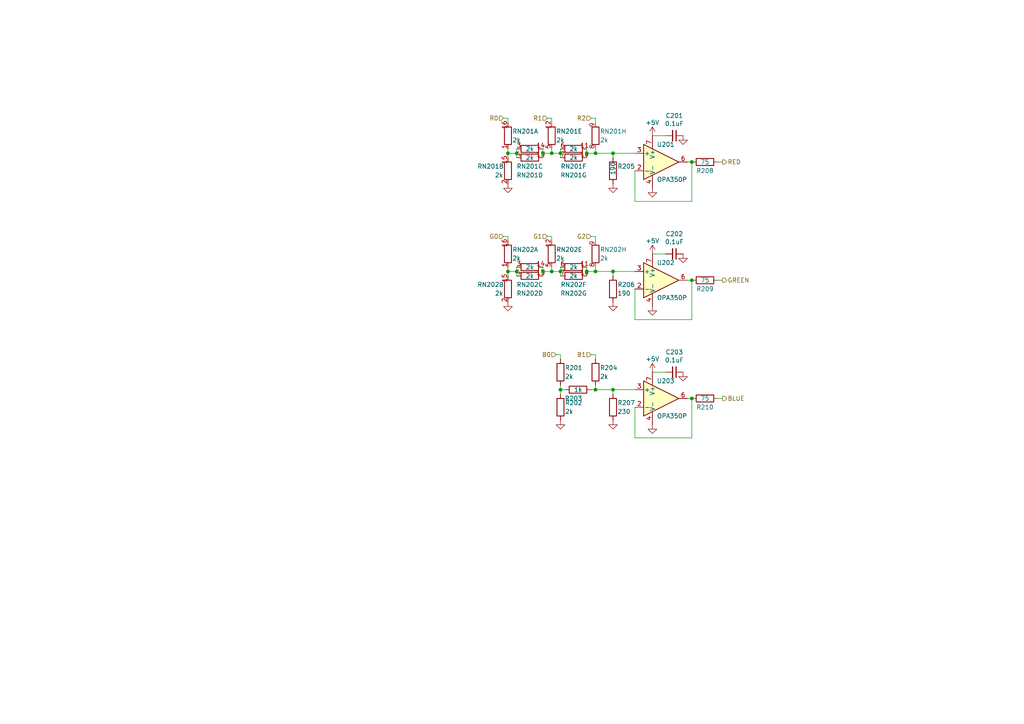
<source format=kicad_sch>
(kicad_sch (version 20230121) (generator eeschema)

  (uuid 61fae217-e18a-4e68-8630-42cc06a8ba2f)

  (paper "A4")

  (title_block
    (title "Video Card")
    (date "2021-09-11")
    (rev "1")
    (company "B.W. Harrison")
  )

  (lib_symbols
    (symbol "Device:C_Small" (pin_numbers hide) (pin_names (offset 0.254) hide) (in_bom yes) (on_board yes)
      (property "Reference" "C" (at 0.254 1.778 0)
        (effects (font (size 1.27 1.27)) (justify left))
      )
      (property "Value" "C_Small" (at 0.254 -2.032 0)
        (effects (font (size 1.27 1.27)) (justify left))
      )
      (property "Footprint" "" (at 0 0 0)
        (effects (font (size 1.27 1.27)) hide)
      )
      (property "Datasheet" "~" (at 0 0 0)
        (effects (font (size 1.27 1.27)) hide)
      )
      (property "ki_keywords" "capacitor cap" (at 0 0 0)
        (effects (font (size 1.27 1.27)) hide)
      )
      (property "ki_description" "Unpolarized capacitor, small symbol" (at 0 0 0)
        (effects (font (size 1.27 1.27)) hide)
      )
      (property "ki_fp_filters" "C_*" (at 0 0 0)
        (effects (font (size 1.27 1.27)) hide)
      )
      (symbol "C_Small_0_1"
        (polyline
          (pts
            (xy -1.524 -0.508)
            (xy 1.524 -0.508)
          )
          (stroke (width 0.3302) (type default))
          (fill (type none))
        )
        (polyline
          (pts
            (xy -1.524 0.508)
            (xy 1.524 0.508)
          )
          (stroke (width 0.3048) (type default))
          (fill (type none))
        )
      )
      (symbol "C_Small_1_1"
        (pin passive line (at 0 2.54 270) (length 2.032)
          (name "~" (effects (font (size 1.27 1.27))))
          (number "1" (effects (font (size 1.27 1.27))))
        )
        (pin passive line (at 0 -2.54 90) (length 2.032)
          (name "~" (effects (font (size 1.27 1.27))))
          (number "2" (effects (font (size 1.27 1.27))))
        )
      )
    )
    (symbol "Device:R" (pin_numbers hide) (pin_names (offset 0)) (in_bom yes) (on_board yes)
      (property "Reference" "R" (at 2.032 0 90)
        (effects (font (size 1.27 1.27)))
      )
      (property "Value" "R" (at 0 0 90)
        (effects (font (size 1.27 1.27)))
      )
      (property "Footprint" "" (at -1.778 0 90)
        (effects (font (size 1.27 1.27)) hide)
      )
      (property "Datasheet" "~" (at 0 0 0)
        (effects (font (size 1.27 1.27)) hide)
      )
      (property "ki_keywords" "R res resistor" (at 0 0 0)
        (effects (font (size 1.27 1.27)) hide)
      )
      (property "ki_description" "Resistor" (at 0 0 0)
        (effects (font (size 1.27 1.27)) hide)
      )
      (property "ki_fp_filters" "R_*" (at 0 0 0)
        (effects (font (size 1.27 1.27)) hide)
      )
      (symbol "R_0_1"
        (rectangle (start -1.016 -2.54) (end 1.016 2.54)
          (stroke (width 0.254) (type default))
          (fill (type none))
        )
      )
      (symbol "R_1_1"
        (pin passive line (at 0 3.81 270) (length 1.27)
          (name "~" (effects (font (size 1.27 1.27))))
          (number "1" (effects (font (size 1.27 1.27))))
        )
        (pin passive line (at 0 -3.81 90) (length 1.27)
          (name "~" (effects (font (size 1.27 1.27))))
          (number "2" (effects (font (size 1.27 1.27))))
        )
      )
    )
    (symbol "Device:R_Pack08_Split" (pin_names (offset 0) hide) (in_bom yes) (on_board yes)
      (property "Reference" "RN" (at 2.032 0 90)
        (effects (font (size 1.27 1.27)))
      )
      (property "Value" "R_Pack08_Split" (at 0 0 90)
        (effects (font (size 1.27 1.27)))
      )
      (property "Footprint" "" (at -2.032 0 90)
        (effects (font (size 1.27 1.27)) hide)
      )
      (property "Datasheet" "~" (at 0 0 0)
        (effects (font (size 1.27 1.27)) hide)
      )
      (property "ki_keywords" "R network parallel topology isolated" (at 0 0 0)
        (effects (font (size 1.27 1.27)) hide)
      )
      (property "ki_description" "8 resistor network, parallel topology, split" (at 0 0 0)
        (effects (font (size 1.27 1.27)) hide)
      )
      (property "ki_fp_filters" "DIP* SOIC* R*Array*Concave* R*Array*Convex*" (at 0 0 0)
        (effects (font (size 1.27 1.27)) hide)
      )
      (symbol "R_Pack08_Split_0_1"
        (rectangle (start 1.016 2.54) (end -1.016 -2.54)
          (stroke (width 0.254) (type default))
          (fill (type none))
        )
      )
      (symbol "R_Pack08_Split_1_1"
        (pin passive line (at 0 -3.81 90) (length 1.27)
          (name "R1.1" (effects (font (size 1.27 1.27))))
          (number "1" (effects (font (size 1.27 1.27))))
        )
        (pin passive line (at 0 3.81 270) (length 1.27)
          (name "R1.2" (effects (font (size 1.27 1.27))))
          (number "16" (effects (font (size 1.27 1.27))))
        )
      )
      (symbol "R_Pack08_Split_2_1"
        (pin passive line (at 0 3.81 270) (length 1.27)
          (name "R2.2" (effects (font (size 1.27 1.27))))
          (number "15" (effects (font (size 1.27 1.27))))
        )
        (pin passive line (at 0 -3.81 90) (length 1.27)
          (name "R2.1" (effects (font (size 1.27 1.27))))
          (number "2" (effects (font (size 1.27 1.27))))
        )
      )
      (symbol "R_Pack08_Split_3_1"
        (pin passive line (at 0 3.81 270) (length 1.27)
          (name "R3.2" (effects (font (size 1.27 1.27))))
          (number "14" (effects (font (size 1.27 1.27))))
        )
        (pin passive line (at 0 -3.81 90) (length 1.27)
          (name "R3.1" (effects (font (size 1.27 1.27))))
          (number "3" (effects (font (size 1.27 1.27))))
        )
      )
      (symbol "R_Pack08_Split_4_1"
        (pin passive line (at 0 3.81 270) (length 1.27)
          (name "R4.2" (effects (font (size 1.27 1.27))))
          (number "13" (effects (font (size 1.27 1.27))))
        )
        (pin passive line (at 0 -3.81 90) (length 1.27)
          (name "R4.1" (effects (font (size 1.27 1.27))))
          (number "4" (effects (font (size 1.27 1.27))))
        )
      )
      (symbol "R_Pack08_Split_5_1"
        (pin passive line (at 0 3.81 270) (length 1.27)
          (name "R5.2" (effects (font (size 1.27 1.27))))
          (number "12" (effects (font (size 1.27 1.27))))
        )
        (pin passive line (at 0 -3.81 90) (length 1.27)
          (name "R5.1" (effects (font (size 1.27 1.27))))
          (number "5" (effects (font (size 1.27 1.27))))
        )
      )
      (symbol "R_Pack08_Split_6_1"
        (pin passive line (at 0 3.81 270) (length 1.27)
          (name "R6.2" (effects (font (size 1.27 1.27))))
          (number "11" (effects (font (size 1.27 1.27))))
        )
        (pin passive line (at 0 -3.81 90) (length 1.27)
          (name "R6.1" (effects (font (size 1.27 1.27))))
          (number "6" (effects (font (size 1.27 1.27))))
        )
      )
      (symbol "R_Pack08_Split_7_1"
        (pin passive line (at 0 3.81 270) (length 1.27)
          (name "R7.2" (effects (font (size 1.27 1.27))))
          (number "10" (effects (font (size 1.27 1.27))))
        )
        (pin passive line (at 0 -3.81 90) (length 1.27)
          (name "R7.1" (effects (font (size 1.27 1.27))))
          (number "7" (effects (font (size 1.27 1.27))))
        )
      )
      (symbol "R_Pack08_Split_8_1"
        (pin passive line (at 0 -3.81 90) (length 1.27)
          (name "R8.1" (effects (font (size 1.27 1.27))))
          (number "8" (effects (font (size 1.27 1.27))))
        )
        (pin passive line (at 0 3.81 270) (length 1.27)
          (name "R8.2" (effects (font (size 1.27 1.27))))
          (number "9" (effects (font (size 1.27 1.27))))
        )
      )
    )
    (symbol "my_library:OPA350P" (pin_names (offset 0.127)) (in_bom yes) (on_board yes)
      (property "Reference" "U" (at 3.81 3.81 0)
        (effects (font (size 1.27 1.27)) (justify left))
      )
      (property "Value" "OPA350P" (at 3.81 -3.81 0)
        (effects (font (size 1.27 1.27)) (justify left))
      )
      (property "Footprint" "Package_DIP:DIP-8_W7.62mm" (at 3.81 -6.35 0)
        (effects (font (size 1.27 1.27)) (justify left) hide)
      )
      (property "Datasheet" "http://www.ti.com/lit/ds/symlink/opa350.pdf" (at 3.81 3.81 0)
        (effects (font (size 1.27 1.27)) hide)
      )
      (property "ki_keywords" "operational amplifier opamp high-speed rail-to-rail" (at 0 0 0)
        (effects (font (size 1.27 1.27)) hide)
      )
      (property "ki_description" "38MHz, Rail-to-rail, Operational amplifier, DIP-8" (at 0 0 0)
        (effects (font (size 1.27 1.27)) hide)
      )
      (property "ki_fp_filters" "SOT?23*" (at 0 0 0)
        (effects (font (size 1.27 1.27)) hide)
      )
      (symbol "OPA350P_0_1"
        (polyline
          (pts
            (xy -5.08 5.08)
            (xy 5.08 0)
            (xy -5.08 -5.08)
            (xy -5.08 5.08)
          )
          (stroke (width 0.254) (type default))
          (fill (type background))
        )
      )
      (symbol "OPA350P_1_1"
        (pin input line (at -7.62 -2.54 0) (length 2.54)
          (name "-" (effects (font (size 1.27 1.27))))
          (number "2" (effects (font (size 1.27 1.27))))
        )
        (pin input line (at -7.62 2.54 0) (length 2.54)
          (name "+" (effects (font (size 1.27 1.27))))
          (number "3" (effects (font (size 1.27 1.27))))
        )
        (pin power_in line (at -2.54 -7.62 90) (length 3.81)
          (name "V-" (effects (font (size 1.27 1.27))))
          (number "4" (effects (font (size 1.27 1.27))))
        )
        (pin output line (at 7.62 0 180) (length 2.54)
          (name "~" (effects (font (size 1.27 1.27))))
          (number "6" (effects (font (size 1.27 1.27))))
        )
        (pin power_in line (at -2.54 7.62 270) (length 3.81)
          (name "V+" (effects (font (size 1.27 1.27))))
          (number "7" (effects (font (size 1.27 1.27))))
        )
      )
    )
    (symbol "power:+5V" (power) (pin_names (offset 0)) (in_bom yes) (on_board yes)
      (property "Reference" "#PWR" (at 0 -3.81 0)
        (effects (font (size 1.27 1.27)) hide)
      )
      (property "Value" "+5V" (at 0 3.556 0)
        (effects (font (size 1.27 1.27)))
      )
      (property "Footprint" "" (at 0 0 0)
        (effects (font (size 1.27 1.27)) hide)
      )
      (property "Datasheet" "" (at 0 0 0)
        (effects (font (size 1.27 1.27)) hide)
      )
      (property "ki_keywords" "global power" (at 0 0 0)
        (effects (font (size 1.27 1.27)) hide)
      )
      (property "ki_description" "Power symbol creates a global label with name \"+5V\"" (at 0 0 0)
        (effects (font (size 1.27 1.27)) hide)
      )
      (symbol "+5V_0_1"
        (polyline
          (pts
            (xy -0.762 1.27)
            (xy 0 2.54)
          )
          (stroke (width 0) (type default))
          (fill (type none))
        )
        (polyline
          (pts
            (xy 0 0)
            (xy 0 2.54)
          )
          (stroke (width 0) (type default))
          (fill (type none))
        )
        (polyline
          (pts
            (xy 0 2.54)
            (xy 0.762 1.27)
          )
          (stroke (width 0) (type default))
          (fill (type none))
        )
      )
      (symbol "+5V_1_1"
        (pin power_in line (at 0 0 90) (length 0) hide
          (name "+5V" (effects (font (size 1.27 1.27))))
          (number "1" (effects (font (size 1.27 1.27))))
        )
      )
    )
    (symbol "power:GND" (power) (pin_names (offset 0)) (in_bom yes) (on_board yes)
      (property "Reference" "#PWR" (at 0 -6.35 0)
        (effects (font (size 1.27 1.27)) hide)
      )
      (property "Value" "GND" (at 0 -3.81 0)
        (effects (font (size 1.27 1.27)))
      )
      (property "Footprint" "" (at 0 0 0)
        (effects (font (size 1.27 1.27)) hide)
      )
      (property "Datasheet" "" (at 0 0 0)
        (effects (font (size 1.27 1.27)) hide)
      )
      (property "ki_keywords" "global power" (at 0 0 0)
        (effects (font (size 1.27 1.27)) hide)
      )
      (property "ki_description" "Power symbol creates a global label with name \"GND\" , ground" (at 0 0 0)
        (effects (font (size 1.27 1.27)) hide)
      )
      (symbol "GND_0_1"
        (polyline
          (pts
            (xy 0 0)
            (xy 0 -1.27)
            (xy 1.27 -1.27)
            (xy 0 -2.54)
            (xy -1.27 -1.27)
            (xy 0 -1.27)
          )
          (stroke (width 0) (type default))
          (fill (type none))
        )
      )
      (symbol "GND_1_1"
        (pin power_in line (at 0 0 270) (length 0) hide
          (name "GND" (effects (font (size 1.27 1.27))))
          (number "1" (effects (font (size 1.27 1.27))))
        )
      )
    )
  )

  (junction (at 200.66 115.57) (diameter 0) (color 0 0 0 0)
    (uuid 0208dcec-5844-41d6-8382-4437ac8ac82d)
  )
  (junction (at 172.72 44.45) (diameter 0) (color 0 0 0 0)
    (uuid 0aa1e38d-f07a-4820-b628-a171234563bb)
  )
  (junction (at 200.66 46.99) (diameter 0) (color 0 0 0 0)
    (uuid 121b7b08-bed9-441b-b060-efed31f37089)
  )
  (junction (at 170.18 78.74) (diameter 0) (color 0 0 0 0)
    (uuid 2ff15691-c9f8-4e08-a694-3230522780fc)
  )
  (junction (at 149.86 78.74) (diameter 0) (color 0 0 0 0)
    (uuid 3019c847-3ccf-490a-9dd6-694227c3fba5)
  )
  (junction (at 160.02 44.45) (diameter 0) (color 0 0 0 0)
    (uuid 33891c62-a79f-4243-b776-6be292690ac3)
  )
  (junction (at 149.86 44.45) (diameter 0) (color 0 0 0 0)
    (uuid 3c19fda9-55de-469e-9693-2d8993bca106)
  )
  (junction (at 157.48 44.45) (diameter 0) (color 0 0 0 0)
    (uuid 4687c479-536f-4d7c-9d3c-04c9b426c43c)
  )
  (junction (at 177.8 113.03) (diameter 0) (color 0 0 0 0)
    (uuid 5f74c6fb-337b-40a9-9b79-933f2f30429a)
  )
  (junction (at 172.72 78.74) (diameter 0) (color 0 0 0 0)
    (uuid 6597e724-ffad-43f1-9619-cca25cced87f)
  )
  (junction (at 177.8 78.74) (diameter 0) (color 0 0 0 0)
    (uuid 7cbc8c8d-fbc1-4902-ac93-6c241131aada)
  )
  (junction (at 162.56 44.45) (diameter 0) (color 0 0 0 0)
    (uuid 7da6dd22-6820-4812-8b65-ceb1440c016d)
  )
  (junction (at 147.32 44.45) (diameter 0) (color 0 0 0 0)
    (uuid 844f01a0-ac23-4a99-910e-4e91c579bb2b)
  )
  (junction (at 157.48 78.74) (diameter 0) (color 0 0 0 0)
    (uuid 92419cc9-1070-47aa-876c-2cf8f5a03a47)
  )
  (junction (at 160.02 78.74) (diameter 0) (color 0 0 0 0)
    (uuid 9cab0c4e-2726-433f-a46f-c25156ae2489)
  )
  (junction (at 170.18 44.45) (diameter 0) (color 0 0 0 0)
    (uuid 9f5c7a80-7220-432e-865b-d1468e8a8d4c)
  )
  (junction (at 172.72 113.03) (diameter 0) (color 0 0 0 0)
    (uuid a9ad6ea5-8293-424c-89d4-c01baf033429)
  )
  (junction (at 162.56 113.03) (diameter 0) (color 0 0 0 0)
    (uuid ab26a42e-b7f6-4a80-b26c-c01085e448c7)
  )
  (junction (at 162.56 78.74) (diameter 0) (color 0 0 0 0)
    (uuid c7524402-4dbd-4d05-888d-edab7e79a150)
  )
  (junction (at 147.32 78.74) (diameter 0) (color 0 0 0 0)
    (uuid d316b729-072f-4d15-a495-cbeb8407aea0)
  )
  (junction (at 177.8 44.45) (diameter 0) (color 0 0 0 0)
    (uuid e0692317-3143-4681-97c6-8fbe46592f31)
  )
  (junction (at 200.66 81.28) (diameter 0) (color 0 0 0 0)
    (uuid eb83440d-aa8b-4a1e-9e93-00cf0de78de9)
  )

  (wire (pts (xy 157.48 44.45) (xy 157.48 43.18))
    (stroke (width 0) (type default))
    (uuid 00627221-b0fd-448e-b5a6-250d249697c2)
  )
  (wire (pts (xy 157.48 78.74) (xy 160.02 78.74))
    (stroke (width 0) (type default))
    (uuid 00c9c1c9-df78-4bf8-a378-9edee7dafbe3)
  )
  (wire (pts (xy 189.23 39.37) (xy 193.04 39.37))
    (stroke (width 0) (type default))
    (uuid 062fbe79-da43-4e6a-bd6f-509557f2df9b)
  )
  (wire (pts (xy 170.18 78.74) (xy 170.18 80.01))
    (stroke (width 0) (type default))
    (uuid 098afe52-27f0-4ec0-bf39-4eb766d2a851)
  )
  (wire (pts (xy 157.48 45.72) (xy 157.48 44.45))
    (stroke (width 0) (type default))
    (uuid 0ba3fcf8-07bd-443d-be28-f69a4ad80df4)
  )
  (wire (pts (xy 172.72 77.47) (xy 172.72 78.74))
    (stroke (width 0) (type default))
    (uuid 0d7333ca-0587-43cb-9af7-f59016c85820)
  )
  (wire (pts (xy 147.32 69.85) (xy 147.32 68.58))
    (stroke (width 0) (type default))
    (uuid 0fffb828-f291-41d3-a83c-4eaa3df13f3a)
  )
  (wire (pts (xy 149.86 78.74) (xy 149.86 80.01))
    (stroke (width 0) (type default))
    (uuid 127b0e8c-8b10-4db4-b691-908ac98caaf1)
  )
  (wire (pts (xy 208.28 46.99) (xy 209.55 46.99))
    (stroke (width 0) (type default))
    (uuid 14a3cbec-b1b9-4736-8e00-ba5be98954ab)
  )
  (wire (pts (xy 172.72 69.85) (xy 172.72 68.58))
    (stroke (width 0) (type default))
    (uuid 1d6c2d6c-bee0-401d-9749-98f17833afdd)
  )
  (wire (pts (xy 177.8 44.45) (xy 184.15 44.45))
    (stroke (width 0) (type default))
    (uuid 1f01b2a1-9ae4-4793-9d17-5ed5c0966b9f)
  )
  (wire (pts (xy 149.86 43.18) (xy 149.86 44.45))
    (stroke (width 0) (type default))
    (uuid 207932d1-3fbf-4bd3-8ef6-a6601aaaae72)
  )
  (wire (pts (xy 170.18 77.47) (xy 170.18 78.74))
    (stroke (width 0) (type default))
    (uuid 22fd57c4-481e-4417-b920-694451210da2)
  )
  (wire (pts (xy 147.32 77.47) (xy 147.32 78.74))
    (stroke (width 0) (type default))
    (uuid 2571f4c8-d7fc-4e8c-94df-f480e56bb717)
  )
  (wire (pts (xy 208.28 115.57) (xy 209.55 115.57))
    (stroke (width 0) (type default))
    (uuid 291e4200-f3c9-4b61-8158-17e8c4424a24)
  )
  (wire (pts (xy 162.56 102.87) (xy 161.29 102.87))
    (stroke (width 0) (type default))
    (uuid 2b894b8a-c098-4d9d-be0f-2ef41dea274e)
  )
  (wire (pts (xy 162.56 43.18) (xy 162.56 44.45))
    (stroke (width 0) (type default))
    (uuid 2f29ffe5-cbdc-4a3f-81e6-c7d9f4c5145a)
  )
  (wire (pts (xy 184.15 127) (xy 200.66 127))
    (stroke (width 0) (type default))
    (uuid 33064f56-88c0-44a1-ac52-96957fe5ad49)
  )
  (wire (pts (xy 171.45 113.03) (xy 172.72 113.03))
    (stroke (width 0) (type default))
    (uuid 3742a313-c63e-4807-a7bf-be5a0ae2c781)
  )
  (wire (pts (xy 160.02 68.58) (xy 158.75 68.58))
    (stroke (width 0) (type default))
    (uuid 3785b88e-f652-4024-afb0-be4c22cdaea8)
  )
  (wire (pts (xy 189.23 107.95) (xy 193.04 107.95))
    (stroke (width 0) (type default))
    (uuid 3b450865-b2ef-4d25-9b34-4d42975b5e24)
  )
  (wire (pts (xy 170.18 43.18) (xy 170.18 44.45))
    (stroke (width 0) (type default))
    (uuid 3ba59656-e36e-4caa-8957-90ed8686b3d3)
  )
  (wire (pts (xy 162.56 44.45) (xy 162.56 45.72))
    (stroke (width 0) (type default))
    (uuid 47890384-6eaa-420c-b9ae-e68a6a7f17b5)
  )
  (wire (pts (xy 200.66 115.57) (xy 199.39 115.57))
    (stroke (width 0) (type default))
    (uuid 52d326d4-51c9-4c17-8412-9aaf3e6cdf4c)
  )
  (wire (pts (xy 184.15 83.82) (xy 184.15 92.71))
    (stroke (width 0) (type default))
    (uuid 56bbedad-6259-4443-b321-0ffa1f89c336)
  )
  (wire (pts (xy 160.02 43.18) (xy 160.02 44.45))
    (stroke (width 0) (type default))
    (uuid 59058a09-f800-497d-b8e1-cdf9632c6766)
  )
  (wire (pts (xy 172.72 35.56) (xy 172.72 34.29))
    (stroke (width 0) (type default))
    (uuid 5ef603f2-8407-4088-9f29-0b64dd4b046f)
  )
  (wire (pts (xy 162.56 113.03) (xy 163.83 113.03))
    (stroke (width 0) (type default))
    (uuid 5f8cf0a3-5039-4ac4-8310-e201f8c0505f)
  )
  (wire (pts (xy 170.18 44.45) (xy 172.72 44.45))
    (stroke (width 0) (type default))
    (uuid 62c6f8ce-78e5-4ab3-bb01-2fcb0df87aa6)
  )
  (wire (pts (xy 172.72 43.18) (xy 172.72 44.45))
    (stroke (width 0) (type default))
    (uuid 637c5908-9371-4d80-a19b-036e111ef5cd)
  )
  (wire (pts (xy 157.48 78.74) (xy 157.48 77.47))
    (stroke (width 0) (type default))
    (uuid 6428332e-b689-4aa8-86bb-3bee31b6f177)
  )
  (wire (pts (xy 208.28 81.28) (xy 209.55 81.28))
    (stroke (width 0) (type default))
    (uuid 644ebc55-9b92-49bd-8dfa-8a3a0dd8d76d)
  )
  (wire (pts (xy 172.72 104.14) (xy 172.72 102.87))
    (stroke (width 0) (type default))
    (uuid 6776c573-26e6-4a02-ab96-18129f258651)
  )
  (wire (pts (xy 177.8 80.01) (xy 177.8 78.74))
    (stroke (width 0) (type default))
    (uuid 6e416a78-df14-48ee-9842-e6e24081191e)
  )
  (wire (pts (xy 147.32 34.29) (xy 146.05 34.29))
    (stroke (width 0) (type default))
    (uuid 6ee71a3c-fedb-4cc6-a3c6-f3d6f3ac6767)
  )
  (wire (pts (xy 184.15 58.42) (xy 200.66 58.42))
    (stroke (width 0) (type default))
    (uuid 6f3f676d-a47a-4e8c-8d6e-02275a3490d7)
  )
  (wire (pts (xy 147.32 78.74) (xy 149.86 78.74))
    (stroke (width 0) (type default))
    (uuid 741561bb-6157-4c58-bb00-0f2a32b21238)
  )
  (wire (pts (xy 147.32 35.56) (xy 147.32 34.29))
    (stroke (width 0) (type default))
    (uuid 741879e3-3045-40c7-849d-7f437c35ee91)
  )
  (wire (pts (xy 189.23 73.66) (xy 193.04 73.66))
    (stroke (width 0) (type default))
    (uuid 7be13a36-eb8e-440f-aaac-2fd6665d9f61)
  )
  (wire (pts (xy 177.8 45.72) (xy 177.8 44.45))
    (stroke (width 0) (type default))
    (uuid 7c11b885-29b4-4eb2-b782-dde8e3724f0c)
  )
  (wire (pts (xy 177.8 114.3) (xy 177.8 113.03))
    (stroke (width 0) (type default))
    (uuid 7d3a9372-4f99-452e-9767-51a31df66106)
  )
  (wire (pts (xy 149.86 77.47) (xy 149.86 78.74))
    (stroke (width 0) (type default))
    (uuid 7fd11519-eb9e-4413-8ca2-e43e38c699f6)
  )
  (wire (pts (xy 170.18 44.45) (xy 170.18 45.72))
    (stroke (width 0) (type default))
    (uuid 825ca21e-b6a1-4e84-a612-f8e2fae8ac04)
  )
  (wire (pts (xy 184.15 92.71) (xy 200.66 92.71))
    (stroke (width 0) (type default))
    (uuid 832b1e20-f118-4505-ad00-93c040f2f83d)
  )
  (wire (pts (xy 157.48 44.45) (xy 160.02 44.45))
    (stroke (width 0) (type default))
    (uuid 858b182d-fdce-45a6-8c3a-626e9f7a9971)
  )
  (wire (pts (xy 200.66 92.71) (xy 200.66 81.28))
    (stroke (width 0) (type default))
    (uuid 8eacb9d3-c41d-4b39-abd1-0bc8f2e97411)
  )
  (wire (pts (xy 147.32 80.01) (xy 147.32 78.74))
    (stroke (width 0) (type default))
    (uuid 95aed042-4cef-4360-9184-83bbe2dcfbaa)
  )
  (wire (pts (xy 162.56 104.14) (xy 162.56 102.87))
    (stroke (width 0) (type default))
    (uuid 9ba85d0a-e58f-45a8-9d86-ad6c976003b7)
  )
  (wire (pts (xy 147.32 43.18) (xy 147.32 44.45))
    (stroke (width 0) (type default))
    (uuid 9ed54841-4bec-491f-817d-b7e8b25ca06c)
  )
  (wire (pts (xy 172.72 102.87) (xy 171.45 102.87))
    (stroke (width 0) (type default))
    (uuid a067c43d-047d-48ca-a682-5bbb620e3988)
  )
  (wire (pts (xy 172.72 111.76) (xy 172.72 113.03))
    (stroke (width 0) (type default))
    (uuid a3a9b316-86eb-411d-82d0-37407c2e4142)
  )
  (wire (pts (xy 160.02 44.45) (xy 162.56 44.45))
    (stroke (width 0) (type default))
    (uuid a543a4a0-b8e2-45a4-be48-7207020a5b1f)
  )
  (wire (pts (xy 160.02 34.29) (xy 158.75 34.29))
    (stroke (width 0) (type default))
    (uuid ac81fb15-6f1a-451b-a962-fb87ffd26f6b)
  )
  (wire (pts (xy 170.18 78.74) (xy 172.72 78.74))
    (stroke (width 0) (type default))
    (uuid ad4fcc27-bf1e-4e2e-ab26-9b8032da7693)
  )
  (wire (pts (xy 172.72 78.74) (xy 177.8 78.74))
    (stroke (width 0) (type default))
    (uuid aeae1c08-0511-41ff-896d-95b95a86eb35)
  )
  (wire (pts (xy 200.66 81.28) (xy 199.39 81.28))
    (stroke (width 0) (type default))
    (uuid b4afdd30-7a78-4cd8-8670-bb6dd787dcdc)
  )
  (wire (pts (xy 162.56 111.76) (xy 162.56 113.03))
    (stroke (width 0) (type default))
    (uuid b5de2bf0-583c-45d9-bc5e-15007fe3ede8)
  )
  (wire (pts (xy 157.48 80.01) (xy 157.48 78.74))
    (stroke (width 0) (type default))
    (uuid bc29a09d-ebbe-4bab-9edb-114e75ee17a4)
  )
  (wire (pts (xy 177.8 113.03) (xy 184.15 113.03))
    (stroke (width 0) (type default))
    (uuid bf3524aa-7451-4bff-a4df-53f0aa1c0aeb)
  )
  (wire (pts (xy 184.15 118.11) (xy 184.15 127))
    (stroke (width 0) (type default))
    (uuid c2564ecf-bd43-431d-b9a2-c7be54487485)
  )
  (wire (pts (xy 147.32 45.72) (xy 147.32 44.45))
    (stroke (width 0) (type default))
    (uuid c2e901e5-a4cd-4374-af38-0566255ecbea)
  )
  (wire (pts (xy 149.86 44.45) (xy 149.86 45.72))
    (stroke (width 0) (type default))
    (uuid c88340d4-f51e-4560-b5d7-7144fb4e8a04)
  )
  (wire (pts (xy 200.66 58.42) (xy 200.66 46.99))
    (stroke (width 0) (type default))
    (uuid ca2c5f3f-362b-4808-b8c2-86726d31aa11)
  )
  (wire (pts (xy 147.32 44.45) (xy 149.86 44.45))
    (stroke (width 0) (type default))
    (uuid d26fce45-c1d6-42bc-931d-972bf3799097)
  )
  (wire (pts (xy 160.02 78.74) (xy 162.56 78.74))
    (stroke (width 0) (type default))
    (uuid d5128f0b-0a4f-4337-a7f7-9a3dfe4ad4f9)
  )
  (wire (pts (xy 162.56 77.47) (xy 162.56 78.74))
    (stroke (width 0) (type default))
    (uuid da151d0a-a1fa-4865-aa78-eb4b6082fbfd)
  )
  (wire (pts (xy 200.66 46.99) (xy 199.39 46.99))
    (stroke (width 0) (type default))
    (uuid da7e6488-201f-4286-b86a-ca5aced3697a)
  )
  (wire (pts (xy 172.72 113.03) (xy 177.8 113.03))
    (stroke (width 0) (type default))
    (uuid dbd87a35-3166-440e-a8f0-c71d214a12a6)
  )
  (wire (pts (xy 172.72 34.29) (xy 171.45 34.29))
    (stroke (width 0) (type default))
    (uuid dd4f23cd-8f89-457c-8b93-3828f8c20a8d)
  )
  (wire (pts (xy 200.66 127) (xy 200.66 115.57))
    (stroke (width 0) (type default))
    (uuid df3e0d78-29b1-4811-9600-571610f4b8a8)
  )
  (wire (pts (xy 172.72 44.45) (xy 177.8 44.45))
    (stroke (width 0) (type default))
    (uuid e2df2a45-3811-4210-89e0-9a66f3cb9430)
  )
  (wire (pts (xy 160.02 35.56) (xy 160.02 34.29))
    (stroke (width 0) (type default))
    (uuid e4d60aa0-829b-452e-a0b4-f0b282cbe2f3)
  )
  (wire (pts (xy 172.72 68.58) (xy 171.45 68.58))
    (stroke (width 0) (type default))
    (uuid e6235600-87cc-4c82-b15f-34fb66b9bf0e)
  )
  (wire (pts (xy 184.15 49.53) (xy 184.15 58.42))
    (stroke (width 0) (type default))
    (uuid e62e65e6-b466-4769-8746-eb8cd9450c76)
  )
  (wire (pts (xy 160.02 69.85) (xy 160.02 68.58))
    (stroke (width 0) (type default))
    (uuid e73ef891-c9f9-42ab-894b-b2580ee0b0a1)
  )
  (wire (pts (xy 162.56 114.3) (xy 162.56 113.03))
    (stroke (width 0) (type default))
    (uuid e8558fbd-ea42-43a6-966a-7bd304bdfaad)
  )
  (wire (pts (xy 177.8 78.74) (xy 184.15 78.74))
    (stroke (width 0) (type default))
    (uuid eac540a2-0555-4530-b9cb-9b037a65c0a7)
  )
  (wire (pts (xy 147.32 68.58) (xy 146.05 68.58))
    (stroke (width 0) (type default))
    (uuid f8e927af-4836-4b0f-8a57-dbca5a18a442)
  )
  (wire (pts (xy 160.02 77.47) (xy 160.02 78.74))
    (stroke (width 0) (type default))
    (uuid fc329e60-968a-4f61-ba77-53d29ff8c1c7)
  )
  (wire (pts (xy 162.56 78.74) (xy 162.56 80.01))
    (stroke (width 0) (type default))
    (uuid fed6a1e7-e233-4dff-87e0-8992a65c8dd0)
  )

  (hierarchical_label "GREEN" (shape output) (at 209.55 81.28 0) (fields_autoplaced)
    (effects (font (size 1.27 1.27)) (justify left))
    (uuid 06b6db7e-5210-41ec-a47b-0127ebbe0786)
  )
  (hierarchical_label "G0" (shape input) (at 146.05 68.58 180) (fields_autoplaced)
    (effects (font (size 1.27 1.27)) (justify right))
    (uuid 2f122013-8dbc-4371-941a-b52e2115db20)
  )
  (hierarchical_label "B0" (shape input) (at 161.29 102.87 180) (fields_autoplaced)
    (effects (font (size 1.27 1.27)) (justify right))
    (uuid 6e21d8a8-05db-450e-863d-764ba51b5b58)
  )
  (hierarchical_label "R0" (shape input) (at 146.05 34.29 180) (fields_autoplaced)
    (effects (font (size 1.27 1.27)) (justify right))
    (uuid 7c3df708-fb44-40cc-b435-cd67e8cec48a)
  )
  (hierarchical_label "G1" (shape input) (at 158.75 68.58 180) (fields_autoplaced)
    (effects (font (size 1.27 1.27)) (justify right))
    (uuid 895d5ca3-0e9a-421e-88ea-3017edd2db62)
  )
  (hierarchical_label "R2" (shape input) (at 171.45 34.29 180) (fields_autoplaced)
    (effects (font (size 1.27 1.27)) (justify right))
    (uuid 927b1eb6-e6f4-412f-9a58-8dc81a4889a0)
  )
  (hierarchical_label "RED" (shape output) (at 209.55 46.99 0) (fields_autoplaced)
    (effects (font (size 1.27 1.27)) (justify left))
    (uuid b14aea3f-7e9b-4416-ac0e-1c7beb3cd27c)
  )
  (hierarchical_label "B1" (shape input) (at 171.45 102.87 180) (fields_autoplaced)
    (effects (font (size 1.27 1.27)) (justify right))
    (uuid b2f7301d-582c-4990-a060-4a71ef08c6eb)
  )
  (hierarchical_label "R1" (shape input) (at 158.75 34.29 180) (fields_autoplaced)
    (effects (font (size 1.27 1.27)) (justify right))
    (uuid f364b99f-4502-4cba-a96d-4ed35ad108b5)
  )
  (hierarchical_label "G2" (shape input) (at 171.45 68.58 180) (fields_autoplaced)
    (effects (font (size 1.27 1.27)) (justify right))
    (uuid f8db64f8-1695-46e3-9667-49f16b5c734b)
  )
  (hierarchical_label "BLUE" (shape output) (at 209.55 115.57 0) (fields_autoplaced)
    (effects (font (size 1.27 1.27)) (justify left))
    (uuid fa574bf3-ac2e-449d-91be-bcb1e35bdaba)
  )

  (symbol (lib_id "my_library:OPA350P") (at 191.77 46.99 0) (unit 1)
    (in_bom yes) (on_board yes) (dnp no)
    (uuid 00000000-0000-0000-0000-00006119b90e)
    (property "Reference" "U201" (at 190.5 41.91 0)
      (effects (font (size 1.27 1.27)) (justify left))
    )
    (property "Value" "OPA350P" (at 190.5 52.07 0)
      (effects (font (size 1.27 1.27)) (justify left))
    )
    (property "Footprint" "Package_DIP:DIP-8_W7.62mm" (at 195.58 53.34 0)
      (effects (font (size 1.27 1.27)) (justify left) hide)
    )
    (property "Datasheet" "http://www.ti.com/lit/ds/symlink/opa350.pdf" (at 195.58 43.18 0)
      (effects (font (size 1.27 1.27)) hide)
    )
    (property "Digikey Part No." "OPA350PA-ND" (at 191.77 46.99 0)
      (effects (font (size 1.27 1.27)) hide)
    )
    (pin "2" (uuid facc47a3-bf1b-4304-bf2f-084e3f095945))
    (pin "3" (uuid a2ddfad1-ffd5-4697-8acd-2a1946135eed))
    (pin "4" (uuid fbc5c482-bb59-4f18-8759-eb3d959e72f2))
    (pin "6" (uuid a56b2932-5132-46e6-8879-74b6a4f8781e))
    (pin "7" (uuid 97912b74-44fc-4459-b502-be86691ae5bf))
    (instances
      (project "video"
        (path "/a7f25f41-0b4c-4430-b6cd-b2160b2db099/00000000-0000-0000-0000-000061194471"
          (reference "U201") (unit 1)
        )
      )
    )
  )

  (symbol (lib_id "power:+5V") (at 189.23 39.37 0) (unit 1)
    (in_bom yes) (on_board yes) (dnp no)
    (uuid 00000000-0000-0000-0000-00006119c7b7)
    (property "Reference" "#PWR0111" (at 189.23 43.18 0)
      (effects (font (size 1.27 1.27)) hide)
    )
    (property "Value" "+5V" (at 189.23 35.56 0)
      (effects (font (size 1.27 1.27)))
    )
    (property "Footprint" "" (at 189.23 39.37 0)
      (effects (font (size 1.27 1.27)) hide)
    )
    (property "Datasheet" "" (at 189.23 39.37 0)
      (effects (font (size 1.27 1.27)) hide)
    )
    (pin "1" (uuid 0ced4f7f-d22a-45f9-b232-13861fc184e4))
    (instances
      (project "video"
        (path "/a7f25f41-0b4c-4430-b6cd-b2160b2db099/00000000-0000-0000-0000-000061194471"
          (reference "#PWR0111") (unit 1)
        )
      )
    )
  )

  (symbol (lib_id "power:GND") (at 189.23 54.61 0) (unit 1)
    (in_bom yes) (on_board yes) (dnp no)
    (uuid 00000000-0000-0000-0000-00006119d0b1)
    (property "Reference" "#PWR0178" (at 189.23 60.96 0)
      (effects (font (size 1.27 1.27)) hide)
    )
    (property "Value" "GND" (at 190.5 59.69 0)
      (effects (font (size 1.27 1.27)) hide)
    )
    (property "Footprint" "" (at 189.23 54.61 0)
      (effects (font (size 1.27 1.27)) hide)
    )
    (property "Datasheet" "" (at 189.23 54.61 0)
      (effects (font (size 1.27 1.27)) hide)
    )
    (pin "1" (uuid aa0050db-2ec5-4513-9fca-cb860ed78b10))
    (instances
      (project "video"
        (path "/a7f25f41-0b4c-4430-b6cd-b2160b2db099/00000000-0000-0000-0000-000061194471"
          (reference "#PWR0178") (unit 1)
        )
      )
    )
  )

  (symbol (lib_id "Device:R") (at 204.47 46.99 270) (unit 1)
    (in_bom yes) (on_board yes) (dnp no)
    (uuid 00000000-0000-0000-0000-00006119e396)
    (property "Reference" "R208" (at 204.47 49.53 90)
      (effects (font (size 1.27 1.27)))
    )
    (property "Value" "75" (at 204.47 46.99 90)
      (effects (font (size 1.27 1.27)))
    )
    (property "Footprint" "Resistor_THT:R_Axial_DIN0207_L6.3mm_D2.5mm_P10.16mm_Horizontal" (at 204.47 45.212 90)
      (effects (font (size 1.27 1.27)) hide)
    )
    (property "Datasheet" "https://www.seielect.com/catalog/sei-rnf_rnmf.pdf" (at 204.47 46.99 0)
      (effects (font (size 1.27 1.27)) hide)
    )
    (property "Digikey Part No." "RNF14FTD75R0CT-ND" (at 204.47 46.99 0)
      (effects (font (size 1.27 1.27)) hide)
    )
    (pin "1" (uuid af247ce9-4d45-4565-9f3d-f7c6954a6cff))
    (pin "2" (uuid 0db67b2c-d69f-4cb0-b8c0-b62dcea75ae3))
    (instances
      (project "video"
        (path "/a7f25f41-0b4c-4430-b6cd-b2160b2db099/00000000-0000-0000-0000-000061194471"
          (reference "R208") (unit 1)
        )
      )
    )
  )

  (symbol (lib_id "Device:R") (at 177.8 49.53 0) (unit 1)
    (in_bom yes) (on_board yes) (dnp no)
    (uuid 00000000-0000-0000-0000-00006119ff3d)
    (property "Reference" "R205" (at 179.07 48.26 0)
      (effects (font (size 1.27 1.27)) (justify left))
    )
    (property "Value" "190" (at 177.8 50.8 90)
      (effects (font (size 1.27 1.27)) (justify left))
    )
    (property "Footprint" "Resistor_THT:R_Axial_DIN0207_L6.3mm_D2.5mm_P10.16mm_Horizontal" (at 176.022 49.53 90)
      (effects (font (size 1.27 1.27)) hide)
    )
    (property "Datasheet" "https://www.yageo.com/upload/media/product/productsearch/datasheet/lr/YAGEO%20MFR_datasheet_2021v1.pdf" (at 177.8 49.53 0)
      (effects (font (size 1.27 1.27)) hide)
    )
    (property "Digikey Part No." "191XBK-ND" (at 177.8 49.53 0)
      (effects (font (size 1.27 1.27)) hide)
    )
    (pin "1" (uuid 70a77887-c68e-40fb-8ece-b0756e121ab9))
    (pin "2" (uuid c354ba26-3b3e-4ffa-9c57-f05733a934c2))
    (instances
      (project "video"
        (path "/a7f25f41-0b4c-4430-b6cd-b2160b2db099/00000000-0000-0000-0000-000061194471"
          (reference "R205") (unit 1)
        )
      )
    )
  )

  (symbol (lib_id "power:GND") (at 177.8 53.34 0) (unit 1)
    (in_bom yes) (on_board yes) (dnp no)
    (uuid 00000000-0000-0000-0000-0000611a1482)
    (property "Reference" "#PWR0177" (at 177.8 59.69 0)
      (effects (font (size 1.27 1.27)) hide)
    )
    (property "Value" "GND" (at 179.07 58.42 0)
      (effects (font (size 1.27 1.27)) hide)
    )
    (property "Footprint" "" (at 177.8 53.34 0)
      (effects (font (size 1.27 1.27)) hide)
    )
    (property "Datasheet" "" (at 177.8 53.34 0)
      (effects (font (size 1.27 1.27)) hide)
    )
    (pin "1" (uuid fcaed05c-44c1-4949-b336-a52ac1bd93da))
    (instances
      (project "video"
        (path "/a7f25f41-0b4c-4430-b6cd-b2160b2db099/00000000-0000-0000-0000-000061194471"
          (reference "#PWR0177") (unit 1)
        )
      )
    )
  )

  (symbol (lib_id "power:GND") (at 147.32 53.34 0) (unit 1)
    (in_bom yes) (on_board yes) (dnp no)
    (uuid 00000000-0000-0000-0000-0000611a9b92)
    (property "Reference" "#PWR0170" (at 147.32 59.69 0)
      (effects (font (size 1.27 1.27)) hide)
    )
    (property "Value" "GND" (at 148.59 58.42 0)
      (effects (font (size 1.27 1.27)) hide)
    )
    (property "Footprint" "" (at 147.32 53.34 0)
      (effects (font (size 1.27 1.27)) hide)
    )
    (property "Datasheet" "" (at 147.32 53.34 0)
      (effects (font (size 1.27 1.27)) hide)
    )
    (pin "1" (uuid fc4658cf-a868-4fe6-9b6a-be27fdce7be8))
    (instances
      (project "video"
        (path "/a7f25f41-0b4c-4430-b6cd-b2160b2db099/00000000-0000-0000-0000-000061194471"
          (reference "#PWR0170") (unit 1)
        )
      )
    )
  )

  (symbol (lib_id "my_library:OPA350P") (at 191.77 81.28 0) (unit 1)
    (in_bom yes) (on_board yes) (dnp no)
    (uuid 00000000-0000-0000-0000-0000611b2dbf)
    (property "Reference" "U202" (at 190.5 76.2 0)
      (effects (font (size 1.27 1.27)) (justify left))
    )
    (property "Value" "OPA350P" (at 190.5 86.36 0)
      (effects (font (size 1.27 1.27)) (justify left))
    )
    (property "Footprint" "Package_DIP:DIP-8_W7.62mm" (at 195.58 87.63 0)
      (effects (font (size 1.27 1.27)) (justify left) hide)
    )
    (property "Datasheet" "http://www.ti.com/lit/ds/symlink/opa350.pdf" (at 195.58 77.47 0)
      (effects (font (size 1.27 1.27)) hide)
    )
    (property "Digikey Part No." "OPA350PA-ND" (at 191.77 81.28 0)
      (effects (font (size 1.27 1.27)) hide)
    )
    (pin "2" (uuid e48ad1d9-2c04-4927-a0c8-8c3d82c04a45))
    (pin "3" (uuid 242b549e-ed60-41ba-aed9-65787abec537))
    (pin "4" (uuid 152ee316-3846-4844-ac37-172fbe74e984))
    (pin "6" (uuid 5790d080-08b2-4c75-ad67-442e4405f334))
    (pin "7" (uuid 63a7a061-dae5-4d46-97bf-6b783500e0fb))
    (instances
      (project "video"
        (path "/a7f25f41-0b4c-4430-b6cd-b2160b2db099/00000000-0000-0000-0000-000061194471"
          (reference "U202") (unit 1)
        )
      )
    )
  )

  (symbol (lib_id "power:GND") (at 189.23 88.9 0) (unit 1)
    (in_bom yes) (on_board yes) (dnp no)
    (uuid 00000000-0000-0000-0000-0000611b2dd3)
    (property "Reference" "#PWR0174" (at 189.23 95.25 0)
      (effects (font (size 1.27 1.27)) hide)
    )
    (property "Value" "GND" (at 190.5 93.98 0)
      (effects (font (size 1.27 1.27)) hide)
    )
    (property "Footprint" "" (at 189.23 88.9 0)
      (effects (font (size 1.27 1.27)) hide)
    )
    (property "Datasheet" "" (at 189.23 88.9 0)
      (effects (font (size 1.27 1.27)) hide)
    )
    (pin "1" (uuid 0361bab7-301d-4ff8-b817-d3d9412d62ed))
    (instances
      (project "video"
        (path "/a7f25f41-0b4c-4430-b6cd-b2160b2db099/00000000-0000-0000-0000-000061194471"
          (reference "#PWR0174") (unit 1)
        )
      )
    )
  )

  (symbol (lib_id "Device:R") (at 204.47 81.28 270) (unit 1)
    (in_bom yes) (on_board yes) (dnp no)
    (uuid 00000000-0000-0000-0000-0000611b2de1)
    (property "Reference" "R209" (at 204.47 83.82 90)
      (effects (font (size 1.27 1.27)))
    )
    (property "Value" "75" (at 204.47 81.28 90)
      (effects (font (size 1.27 1.27)))
    )
    (property "Footprint" "Resistor_THT:R_Axial_DIN0207_L6.3mm_D2.5mm_P10.16mm_Horizontal" (at 204.47 79.502 90)
      (effects (font (size 1.27 1.27)) hide)
    )
    (property "Datasheet" "https://www.seielect.com/catalog/sei-rnf_rnmf.pdf" (at 204.47 81.28 0)
      (effects (font (size 1.27 1.27)) hide)
    )
    (property "Digikey Part No." "RNF14FTD75R0CT-ND" (at 204.47 81.28 0)
      (effects (font (size 1.27 1.27)) hide)
    )
    (pin "1" (uuid ce94ad96-3720-4634-8ab6-6bcc068db92f))
    (pin "2" (uuid 77694fa4-90cb-432d-8a88-8590aacafe46))
    (instances
      (project "video"
        (path "/a7f25f41-0b4c-4430-b6cd-b2160b2db099/00000000-0000-0000-0000-000061194471"
          (reference "R209") (unit 1)
        )
      )
    )
  )

  (symbol (lib_id "power:GND") (at 177.8 87.63 0) (unit 1)
    (in_bom yes) (on_board yes) (dnp no)
    (uuid 00000000-0000-0000-0000-0000611b2ded)
    (property "Reference" "#PWR0168" (at 177.8 93.98 0)
      (effects (font (size 1.27 1.27)) hide)
    )
    (property "Value" "GND" (at 179.07 92.71 0)
      (effects (font (size 1.27 1.27)) hide)
    )
    (property "Footprint" "" (at 177.8 87.63 0)
      (effects (font (size 1.27 1.27)) hide)
    )
    (property "Datasheet" "" (at 177.8 87.63 0)
      (effects (font (size 1.27 1.27)) hide)
    )
    (pin "1" (uuid 9e6d9157-913d-4f7f-bfb4-020a226fde92))
    (instances
      (project "video"
        (path "/a7f25f41-0b4c-4430-b6cd-b2160b2db099/00000000-0000-0000-0000-000061194471"
          (reference "#PWR0168") (unit 1)
        )
      )
    )
  )

  (symbol (lib_id "Device:R") (at 177.8 83.82 0) (unit 1)
    (in_bom yes) (on_board yes) (dnp no)
    (uuid 00000000-0000-0000-0000-0000611b2e01)
    (property "Reference" "R206" (at 179.07 82.55 0)
      (effects (font (size 1.27 1.27)) (justify left))
    )
    (property "Value" "190" (at 179.07 85.09 0)
      (effects (font (size 1.27 1.27)) (justify left))
    )
    (property "Footprint" "Resistor_THT:R_Axial_DIN0207_L6.3mm_D2.5mm_P10.16mm_Horizontal" (at 176.022 83.82 90)
      (effects (font (size 1.27 1.27)) hide)
    )
    (property "Datasheet" "https://www.yageo.com/upload/media/product/productsearch/datasheet/lr/YAGEO%20MFR_datasheet_2021v1.pdf" (at 177.8 83.82 0)
      (effects (font (size 1.27 1.27)) hide)
    )
    (property "Digikey Part No." "191XBK-ND" (at 177.8 83.82 0)
      (effects (font (size 1.27 1.27)) hide)
    )
    (pin "1" (uuid 9368d824-99f0-4b66-9695-22fedb910cb5))
    (pin "2" (uuid 94e53238-dce0-44f0-b3ab-c067d058562e))
    (instances
      (project "video"
        (path "/a7f25f41-0b4c-4430-b6cd-b2160b2db099/00000000-0000-0000-0000-000061194471"
          (reference "R206") (unit 1)
        )
      )
    )
  )

  (symbol (lib_id "my_library:OPA350P") (at 191.77 115.57 0) (unit 1)
    (in_bom yes) (on_board yes) (dnp no)
    (uuid 00000000-0000-0000-0000-0000611c05f8)
    (property "Reference" "U203" (at 190.5 110.49 0)
      (effects (font (size 1.27 1.27)) (justify left))
    )
    (property "Value" "OPA350P" (at 190.5 120.65 0)
      (effects (font (size 1.27 1.27)) (justify left))
    )
    (property "Footprint" "Package_DIP:DIP-8_W7.62mm" (at 195.58 121.92 0)
      (effects (font (size 1.27 1.27)) (justify left) hide)
    )
    (property "Datasheet" "http://www.ti.com/lit/ds/symlink/opa350.pdf" (at 195.58 111.76 0)
      (effects (font (size 1.27 1.27)) hide)
    )
    (property "Digikey Part No." "OPA350PA-ND" (at 191.77 115.57 0)
      (effects (font (size 1.27 1.27)) hide)
    )
    (pin "2" (uuid 48a2f075-feef-4f47-b0e0-c815d9cd2759))
    (pin "3" (uuid a95f84e6-cd26-43ae-a91c-893390336f35))
    (pin "4" (uuid 29041c15-e40f-4509-bfdc-c41fb1cd8aca))
    (pin "6" (uuid f3fe7560-ac16-4dba-9e21-e68822b70d76))
    (pin "7" (uuid 32d7507d-9866-460a-a1c4-c6e8e1903200))
    (instances
      (project "video"
        (path "/a7f25f41-0b4c-4430-b6cd-b2160b2db099/00000000-0000-0000-0000-000061194471"
          (reference "U203") (unit 1)
        )
      )
    )
  )

  (symbol (lib_id "power:GND") (at 189.23 123.19 0) (unit 1)
    (in_bom yes) (on_board yes) (dnp no)
    (uuid 00000000-0000-0000-0000-0000611c060c)
    (property "Reference" "#PWR0171" (at 189.23 129.54 0)
      (effects (font (size 1.27 1.27)) hide)
    )
    (property "Value" "GND" (at 190.5 128.27 0)
      (effects (font (size 1.27 1.27)) hide)
    )
    (property "Footprint" "" (at 189.23 123.19 0)
      (effects (font (size 1.27 1.27)) hide)
    )
    (property "Datasheet" "" (at 189.23 123.19 0)
      (effects (font (size 1.27 1.27)) hide)
    )
    (pin "1" (uuid 9047aa30-2f1b-4734-801f-73b57b56cd5a))
    (instances
      (project "video"
        (path "/a7f25f41-0b4c-4430-b6cd-b2160b2db099/00000000-0000-0000-0000-000061194471"
          (reference "#PWR0171") (unit 1)
        )
      )
    )
  )

  (symbol (lib_id "Device:R") (at 204.47 115.57 270) (unit 1)
    (in_bom yes) (on_board yes) (dnp no)
    (uuid 00000000-0000-0000-0000-0000611c061a)
    (property "Reference" "R210" (at 204.47 118.11 90)
      (effects (font (size 1.27 1.27)))
    )
    (property "Value" "75" (at 204.47 115.57 90)
      (effects (font (size 1.27 1.27)))
    )
    (property "Footprint" "Resistor_THT:R_Axial_DIN0207_L6.3mm_D2.5mm_P10.16mm_Horizontal" (at 204.47 113.792 90)
      (effects (font (size 1.27 1.27)) hide)
    )
    (property "Datasheet" "https://www.seielect.com/catalog/sei-rnf_rnmf.pdf" (at 204.47 115.57 0)
      (effects (font (size 1.27 1.27)) hide)
    )
    (property "Digikey Part No." "RNF14FTD75R0CT-ND" (at 204.47 115.57 0)
      (effects (font (size 1.27 1.27)) hide)
    )
    (pin "1" (uuid 34b747ef-1518-4ab0-8373-e47e5c49d6dd))
    (pin "2" (uuid 146d1936-5831-44f0-a7f8-935fbbaf80db))
    (instances
      (project "video"
        (path "/a7f25f41-0b4c-4430-b6cd-b2160b2db099/00000000-0000-0000-0000-000061194471"
          (reference "R210") (unit 1)
        )
      )
    )
  )

  (symbol (lib_id "power:GND") (at 177.8 121.92 0) (unit 1)
    (in_bom yes) (on_board yes) (dnp no)
    (uuid 00000000-0000-0000-0000-0000611c0626)
    (property "Reference" "#PWR0173" (at 177.8 128.27 0)
      (effects (font (size 1.27 1.27)) hide)
    )
    (property "Value" "GND" (at 179.07 127 0)
      (effects (font (size 1.27 1.27)) hide)
    )
    (property "Footprint" "" (at 177.8 121.92 0)
      (effects (font (size 1.27 1.27)) hide)
    )
    (property "Datasheet" "" (at 177.8 121.92 0)
      (effects (font (size 1.27 1.27)) hide)
    )
    (pin "1" (uuid 2d8801f9-a247-4978-890d-deeb55f637e4))
    (instances
      (project "video"
        (path "/a7f25f41-0b4c-4430-b6cd-b2160b2db099/00000000-0000-0000-0000-000061194471"
          (reference "#PWR0173") (unit 1)
        )
      )
    )
  )

  (symbol (lib_id "Device:R") (at 177.8 118.11 0) (unit 1)
    (in_bom yes) (on_board yes) (dnp no)
    (uuid 00000000-0000-0000-0000-0000611c063a)
    (property "Reference" "R207" (at 179.07 116.84 0)
      (effects (font (size 1.27 1.27)) (justify left))
    )
    (property "Value" "230" (at 179.07 119.38 0)
      (effects (font (size 1.27 1.27)) (justify left))
    )
    (property "Footprint" "Resistor_THT:R_Axial_DIN0207_L6.3mm_D2.5mm_P10.16mm_Horizontal" (at 176.022 118.11 90)
      (effects (font (size 1.27 1.27)) hide)
    )
    (property "Datasheet" "https://www.yageo.com/upload/media/product/productsearch/datasheet/lr/YAGEO%20MFR_datasheet_2021v1.pdf" (at 177.8 118.11 0)
      (effects (font (size 1.27 1.27)) hide)
    )
    (property "Digikey Part No." "232XBK-ND" (at 177.8 118.11 0)
      (effects (font (size 1.27 1.27)) hide)
    )
    (pin "1" (uuid 948efef4-2d7a-4760-978d-2fcc1f5d7691))
    (pin "2" (uuid 9680a70c-7261-4f85-93f4-0d517bfe1bc7))
    (instances
      (project "video"
        (path "/a7f25f41-0b4c-4430-b6cd-b2160b2db099/00000000-0000-0000-0000-000061194471"
          (reference "R207") (unit 1)
        )
      )
    )
  )

  (symbol (lib_id "Device:R") (at 172.72 107.95 180) (unit 1)
    (in_bom yes) (on_board yes) (dnp no)
    (uuid 00000000-0000-0000-0000-0000611c064f)
    (property "Reference" "R204" (at 173.99 106.68 0)
      (effects (font (size 1.27 1.27)) (justify right))
    )
    (property "Value" "2k" (at 173.99 109.22 0)
      (effects (font (size 1.27 1.27)) (justify right))
    )
    (property "Footprint" "Resistor_THT:R_Axial_DIN0207_L6.3mm_D2.5mm_P10.16mm_Horizontal" (at 174.498 107.95 90)
      (effects (font (size 1.27 1.27)) hide)
    )
    (property "Datasheet" "https://www.seielect.com/catalog/sei-rnf_rnmf.pdf" (at 172.72 107.95 0)
      (effects (font (size 1.27 1.27)) hide)
    )
    (property "Digikey Part No." "RNF14FTD2K00" (at 172.72 107.95 0)
      (effects (font (size 1.27 1.27)) hide)
    )
    (pin "1" (uuid 5ed5f1d8-76cd-4a80-842e-d40b73919ded))
    (pin "2" (uuid 1ca37abc-5fac-43d7-bf8c-fbd2e82f9a18))
    (instances
      (project "video"
        (path "/a7f25f41-0b4c-4430-b6cd-b2160b2db099/00000000-0000-0000-0000-000061194471"
          (reference "R204") (unit 1)
        )
      )
    )
  )

  (symbol (lib_id "Device:R") (at 167.64 113.03 270) (unit 1)
    (in_bom yes) (on_board yes) (dnp no)
    (uuid 00000000-0000-0000-0000-0000611c0661)
    (property "Reference" "R203" (at 168.91 115.57 90)
      (effects (font (size 1.27 1.27)) (justify right))
    )
    (property "Value" "1k" (at 168.91 113.03 90)
      (effects (font (size 1.27 1.27)) (justify right))
    )
    (property "Footprint" "Resistor_THT:R_Axial_DIN0207_L6.3mm_D2.5mm_P10.16mm_Horizontal" (at 167.64 111.252 90)
      (effects (font (size 1.27 1.27)) hide)
    )
    (property "Datasheet" "~" (at 167.64 113.03 0)
      (effects (font (size 1.27 1.27)) hide)
    )
    (property "Digikey Part No." "~" (at 167.64 113.03 0)
      (effects (font (size 1.27 1.27)) hide)
    )
    (pin "1" (uuid dd276661-2d5a-48c6-b5f4-6d82affaecba))
    (pin "2" (uuid c835bfe6-0993-44f8-a1a8-c1af2d69aa99))
    (instances
      (project "video"
        (path "/a7f25f41-0b4c-4430-b6cd-b2160b2db099/00000000-0000-0000-0000-000061194471"
          (reference "R203") (unit 1)
        )
      )
    )
  )

  (symbol (lib_id "Device:R") (at 162.56 107.95 180) (unit 1)
    (in_bom yes) (on_board yes) (dnp no)
    (uuid 00000000-0000-0000-0000-0000611c066d)
    (property "Reference" "R201" (at 163.83 106.68 0)
      (effects (font (size 1.27 1.27)) (justify right))
    )
    (property "Value" "2k" (at 163.83 109.22 0)
      (effects (font (size 1.27 1.27)) (justify right))
    )
    (property "Footprint" "Resistor_THT:R_Axial_DIN0207_L6.3mm_D2.5mm_P10.16mm_Horizontal" (at 164.338 107.95 90)
      (effects (font (size 1.27 1.27)) hide)
    )
    (property "Datasheet" "https://www.seielect.com/catalog/sei-rnf_rnmf.pdf" (at 162.56 107.95 0)
      (effects (font (size 1.27 1.27)) hide)
    )
    (property "Digikey Part No." "RNF14FTD2K00" (at 162.56 107.95 0)
      (effects (font (size 1.27 1.27)) hide)
    )
    (pin "1" (uuid 93c0b81e-4907-4f14-a613-359a7ce85e91))
    (pin "2" (uuid ff3e7c13-d304-480b-9670-c19182b5adfc))
    (instances
      (project "video"
        (path "/a7f25f41-0b4c-4430-b6cd-b2160b2db099/00000000-0000-0000-0000-000061194471"
          (reference "R201") (unit 1)
        )
      )
    )
  )

  (symbol (lib_id "Device:R") (at 162.56 118.11 180) (unit 1)
    (in_bom yes) (on_board yes) (dnp no)
    (uuid 00000000-0000-0000-0000-0000611c0679)
    (property "Reference" "R202" (at 163.83 116.84 0)
      (effects (font (size 1.27 1.27)) (justify right))
    )
    (property "Value" "2k" (at 163.83 119.38 0)
      (effects (font (size 1.27 1.27)) (justify right))
    )
    (property "Footprint" "Resistor_THT:R_Axial_DIN0207_L6.3mm_D2.5mm_P10.16mm_Horizontal" (at 164.338 118.11 90)
      (effects (font (size 1.27 1.27)) hide)
    )
    (property "Datasheet" "https://www.seielect.com/catalog/sei-rnf_rnmf.pdf" (at 162.56 118.11 0)
      (effects (font (size 1.27 1.27)) hide)
    )
    (property "Digikey Part No." "RNF14FTD2K00" (at 162.56 118.11 0)
      (effects (font (size 1.27 1.27)) hide)
    )
    (pin "1" (uuid 037ecc92-5939-4422-9288-87eb58efcf45))
    (pin "2" (uuid 9d0e57da-ca2b-42a7-b9a9-14e5403fa494))
    (instances
      (project "video"
        (path "/a7f25f41-0b4c-4430-b6cd-b2160b2db099/00000000-0000-0000-0000-000061194471"
          (reference "R202") (unit 1)
        )
      )
    )
  )

  (symbol (lib_id "power:GND") (at 162.56 121.92 0) (unit 1)
    (in_bom yes) (on_board yes) (dnp no)
    (uuid 00000000-0000-0000-0000-0000611c0685)
    (property "Reference" "#PWR0169" (at 162.56 128.27 0)
      (effects (font (size 1.27 1.27)) hide)
    )
    (property "Value" "GND" (at 163.83 127 0)
      (effects (font (size 1.27 1.27)) hide)
    )
    (property "Footprint" "" (at 162.56 121.92 0)
      (effects (font (size 1.27 1.27)) hide)
    )
    (property "Datasheet" "" (at 162.56 121.92 0)
      (effects (font (size 1.27 1.27)) hide)
    )
    (pin "1" (uuid 1ff2b613-4ab0-4669-9024-815da466515e))
    (instances
      (project "video"
        (path "/a7f25f41-0b4c-4430-b6cd-b2160b2db099/00000000-0000-0000-0000-000061194471"
          (reference "#PWR0169") (unit 1)
        )
      )
    )
  )

  (symbol (lib_id "Device:C_Small") (at 195.58 39.37 270) (unit 1)
    (in_bom yes) (on_board yes) (dnp no)
    (uuid 00000000-0000-0000-0000-0000616f31b3)
    (property "Reference" "C201" (at 195.58 33.5534 90)
      (effects (font (size 1.27 1.27)))
    )
    (property "Value" "0.1uF" (at 195.58 35.8648 90)
      (effects (font (size 1.27 1.27)))
    )
    (property "Footprint" "Capacitor_THT:C_Disc_D5.0mm_W2.5mm_P2.50mm" (at 195.58 39.37 0)
      (effects (font (size 1.27 1.27)) hide)
    )
    (property "Datasheet" "https://api.kemet.com/component-edge/download/specsheet/C315C104M5U5TA7303.pdf" (at 195.58 39.37 0)
      (effects (font (size 1.27 1.27)) hide)
    )
    (property "Digikey Part No." "399-9859-1-ND" (at 195.58 39.37 0)
      (effects (font (size 1.27 1.27)) hide)
    )
    (pin "1" (uuid 27332518-2218-4748-9db1-dcb43cf1c05b))
    (pin "2" (uuid 38e252ee-49ac-484c-85c4-37f20f4c07c0))
    (instances
      (project "video"
        (path "/a7f25f41-0b4c-4430-b6cd-b2160b2db099/00000000-0000-0000-0000-000061194471"
          (reference "C201") (unit 1)
        )
      )
    )
  )

  (symbol (lib_id "Device:R_Pack08_Split") (at 147.32 39.37 0) (unit 1)
    (in_bom yes) (on_board yes) (dnp no)
    (uuid 00000000-0000-0000-0000-000061743f43)
    (property "Reference" "RN201" (at 148.59 38.1 0)
      (effects (font (size 1.27 1.27)) (justify left))
    )
    (property "Value" "2k" (at 148.59 40.64 0)
      (effects (font (size 1.27 1.27)) (justify left))
    )
    (property "Footprint" "Package_DIP:DIP-16_W7.62mm_Socket" (at 145.288 39.37 90)
      (effects (font (size 1.27 1.27)) hide)
    )
    (property "Datasheet" "https://www.bourns.com/docs/Product-Datasheets/4100R.pdf" (at 147.32 39.37 0)
      (effects (font (size 1.27 1.27)) hide)
    )
    (property "Digikey Part No." "4116R-1-202LF-ND" (at 147.32 39.37 0)
      (effects (font (size 1.27 1.27)) hide)
    )
    (pin "1" (uuid f412468e-a434-48a2-bdb0-4f199e1f564f))
    (pin "16" (uuid 6059449e-0ce4-4fb8-a38f-1d0b9295d2d1))
    (pin "15" (uuid afd3060b-0a35-46bf-b36c-abafefe21bbb))
    (pin "2" (uuid 2cdd0863-0558-4a27-8870-bff08a903744))
    (pin "14" (uuid fe1ffa45-8f3c-4d0b-a4fd-edfec21bc8a5))
    (pin "3" (uuid cdef8844-0856-4f97-92ad-fc793f801276))
    (pin "13" (uuid bdf119da-753d-4d37-93a3-cd761d7a0b83))
    (pin "4" (uuid 1cc12afd-c07f-4060-9360-b89be12aa59d))
    (pin "12" (uuid 0f0ec122-6663-4884-b411-edb9c1f6f3a5))
    (pin "5" (uuid fada73c2-5a06-4198-8ba8-a5a828f92bc5))
    (pin "11" (uuid bdd86750-6540-4406-b088-1a97d91d9586))
    (pin "6" (uuid 3312e4cf-565c-450e-8855-76be09ddd531))
    (pin "10" (uuid cc3b15b5-9921-478c-9b62-a3bf04176816))
    (pin "7" (uuid 4b4ec9c5-5e61-4da1-8bf5-61cb3d42cccb))
    (pin "8" (uuid 0966a047-3a3f-4044-ba84-f2518ad90c5a))
    (pin "9" (uuid ac0e16ef-81e1-41a2-ba0f-802d7cd9b967))
    (instances
      (project "video"
        (path "/a7f25f41-0b4c-4430-b6cd-b2160b2db099/00000000-0000-0000-0000-000061194471"
          (reference "RN201") (unit 1)
        )
      )
    )
  )

  (symbol (lib_id "Device:R_Pack08_Split") (at 153.67 43.18 270) (unit 3)
    (in_bom yes) (on_board yes) (dnp no)
    (uuid 00000000-0000-0000-0000-00006174478c)
    (property "Reference" "RN201" (at 153.67 48.26 90)
      (effects (font (size 1.27 1.27)))
    )
    (property "Value" "2k" (at 153.67 43.18 90)
      (effects (font (size 1.27 1.27)))
    )
    (property "Footprint" "Package_DIP:DIP-16_W7.62mm_Socket" (at 153.67 41.148 90)
      (effects (font (size 1.27 1.27)) hide)
    )
    (property "Datasheet" "https://www.bourns.com/docs/Product-Datasheets/4100R.pdf" (at 153.67 43.18 0)
      (effects (font (size 1.27 1.27)) hide)
    )
    (property "Digikey Part No." "4116R-1-202LF-ND" (at 153.67 43.18 0)
      (effects (font (size 1.27 1.27)) hide)
    )
    (pin "1" (uuid e6dd9f3f-3261-43a6-8515-3af5f4e2c0a4))
    (pin "16" (uuid 51a01813-f590-4df4-ab37-e85a4999e3f5))
    (pin "15" (uuid 9c4f3689-4ec8-44d4-9ca8-3cfb62a6f4e1))
    (pin "2" (uuid c241158c-98fa-423a-a8ac-27c48f077efe))
    (pin "14" (uuid 0140d08f-bbf5-442e-9e11-594852603aae))
    (pin "3" (uuid a2121c4e-1c50-45a2-9565-c76d83a86cad))
    (pin "13" (uuid 958f466f-54ca-4a64-8db7-abc51c298c6a))
    (pin "4" (uuid 66457e92-c37b-449f-baec-b2950272e197))
    (pin "12" (uuid 4a3e7ef2-47a2-42c1-be3b-5bdc5c1e70eb))
    (pin "5" (uuid 85059722-7acd-4dd5-b26a-e9d0a95a80a9))
    (pin "11" (uuid b7fbc045-bf47-46c2-9daa-ff845429b376))
    (pin "6" (uuid 2417eb4f-71e0-4070-98dd-13ae5ecf3c1c))
    (pin "10" (uuid a00878f2-8d2f-4913-a444-67c62f967c26))
    (pin "7" (uuid 16176b8e-8270-4fa5-87f5-a030a5ab1f7f))
    (pin "8" (uuid 22f979d4-df8f-4e9b-ba4e-2b8087ac6259))
    (pin "9" (uuid 2892e5f6-34e2-4597-89e8-f52184468d69))
    (instances
      (project "video"
        (path "/a7f25f41-0b4c-4430-b6cd-b2160b2db099/00000000-0000-0000-0000-000061194471"
          (reference "RN201") (unit 3)
        )
      )
    )
  )

  (symbol (lib_id "Device:R_Pack08_Split") (at 160.02 39.37 0) (unit 5)
    (in_bom yes) (on_board yes) (dnp no)
    (uuid 00000000-0000-0000-0000-000061745388)
    (property "Reference" "RN201" (at 161.29 38.1 0)
      (effects (font (size 1.27 1.27)) (justify left))
    )
    (property "Value" "2k" (at 161.29 40.64 0)
      (effects (font (size 1.27 1.27)) (justify left))
    )
    (property "Footprint" "Package_DIP:DIP-16_W7.62mm_Socket" (at 157.988 39.37 90)
      (effects (font (size 1.27 1.27)) hide)
    )
    (property "Datasheet" "https://www.bourns.com/docs/Product-Datasheets/4100R.pdf" (at 160.02 39.37 0)
      (effects (font (size 1.27 1.27)) hide)
    )
    (property "Digikey Part No." "4116R-1-202LF-ND" (at 160.02 39.37 0)
      (effects (font (size 1.27 1.27)) hide)
    )
    (pin "1" (uuid 15fa3ff2-9046-4cec-bc81-db3978bd37d4))
    (pin "16" (uuid 467a2c8c-11df-409f-9593-30807e60c8d2))
    (pin "15" (uuid c7b4a028-f024-4250-8efa-4eaf950202cd))
    (pin "2" (uuid 61f7cf93-40f9-4313-88c1-994d265794dd))
    (pin "14" (uuid 061cdf88-3518-45df-9cdf-5b8618547b82))
    (pin "3" (uuid 2d61fbdf-b7df-4813-8da6-ad758b9c3bab))
    (pin "13" (uuid 23e897bb-908e-40ac-9813-c0cef84ff2d7))
    (pin "4" (uuid 09de8a12-68c5-4ce8-92ad-28aaa3d28bc3))
    (pin "12" (uuid c9cdae58-6d90-4f0b-832c-7a8e40efdde8))
    (pin "5" (uuid fff1e5d9-44d0-4aaa-92fd-20e1e171bf39))
    (pin "11" (uuid 140f77ac-f429-4ff6-ace2-94f5f47fe6b0))
    (pin "6" (uuid e112cfd2-1b2b-4487-ab45-130ac749f807))
    (pin "10" (uuid 37beee91-ad6f-4b38-9f66-50de0cb682be))
    (pin "7" (uuid ede69524-ddea-4e86-94b6-4de7e586f24c))
    (pin "8" (uuid 8d073c9a-d9ec-45b3-ae6b-2eedbe1b41d2))
    (pin "9" (uuid 850d1439-602c-4b0b-a479-e0d70e35ee0a))
    (instances
      (project "video"
        (path "/a7f25f41-0b4c-4430-b6cd-b2160b2db099/00000000-0000-0000-0000-000061194471"
          (reference "RN201") (unit 5)
        )
      )
    )
  )

  (symbol (lib_id "Device:R_Pack08_Split") (at 153.67 45.72 270) (unit 4)
    (in_bom yes) (on_board yes) (dnp no)
    (uuid 00000000-0000-0000-0000-00006174671d)
    (property "Reference" "RN201" (at 153.67 50.8 90)
      (effects (font (size 1.27 1.27)))
    )
    (property "Value" "2k" (at 153.67 45.72 90)
      (effects (font (size 1.27 1.27)))
    )
    (property "Footprint" "Package_DIP:DIP-16_W7.62mm_Socket" (at 153.67 43.688 90)
      (effects (font (size 1.27 1.27)) hide)
    )
    (property "Datasheet" "https://www.bourns.com/docs/Product-Datasheets/4100R.pdf" (at 153.67 45.72 0)
      (effects (font (size 1.27 1.27)) hide)
    )
    (property "Digikey Part No." "4116R-1-202LF-ND" (at 153.67 45.72 0)
      (effects (font (size 1.27 1.27)) hide)
    )
    (pin "1" (uuid 09a07ba3-e7ed-437b-bea7-31bdd56e9eb7))
    (pin "16" (uuid 61959f64-6595-4161-b93f-9bd92f5987e7))
    (pin "15" (uuid 086beb78-9538-4601-b688-2f14d6668604))
    (pin "2" (uuid 6a8276f4-e16b-429d-bdef-7c2c8fda1776))
    (pin "14" (uuid 58e5a7a7-0c8a-44b6-8644-b9ce54174248))
    (pin "3" (uuid 0a7be9bd-a10a-4d5c-bc89-892aaab3421a))
    (pin "13" (uuid c067dd8c-59c0-4b84-aaf0-4ab892e76db4))
    (pin "4" (uuid 545a4e77-977c-402e-b99c-d1155a4ca13c))
    (pin "12" (uuid 77fd4a7c-ef82-4afc-99ba-5f531ccd8dc0))
    (pin "5" (uuid 6a309cf7-3002-4ea5-9f5a-1b9adab74d36))
    (pin "11" (uuid 2db1d48e-e9ed-4b0b-915e-4cd1dbafa454))
    (pin "6" (uuid 3a4ce574-a72a-4074-b5c1-faf291dd70b4))
    (pin "10" (uuid f32332d5-88cd-4f0e-973e-d2b94beb0f33))
    (pin "7" (uuid c11212c8-e2b0-4cdf-b531-e9bf532da3fe))
    (pin "8" (uuid 35435263-97aa-45f7-b66c-f6bcd1b71107))
    (pin "9" (uuid 12d2175f-4665-4ad4-a599-5e6dec5c5652))
    (instances
      (project "video"
        (path "/a7f25f41-0b4c-4430-b6cd-b2160b2db099/00000000-0000-0000-0000-000061194471"
          (reference "RN201") (unit 4)
        )
      )
    )
  )

  (symbol (lib_id "Device:R_Pack08_Split") (at 172.72 39.37 0) (unit 8)
    (in_bom yes) (on_board yes) (dnp no)
    (uuid 00000000-0000-0000-0000-0000617473af)
    (property "Reference" "RN201" (at 173.99 38.1 0)
      (effects (font (size 1.27 1.27)) (justify left))
    )
    (property "Value" "2k" (at 173.99 40.64 0)
      (effects (font (size 1.27 1.27)) (justify left))
    )
    (property "Footprint" "Package_DIP:DIP-16_W7.62mm_Socket" (at 170.688 39.37 90)
      (effects (font (size 1.27 1.27)) hide)
    )
    (property "Datasheet" "https://www.bourns.com/docs/Product-Datasheets/4100R.pdf" (at 172.72 39.37 0)
      (effects (font (size 1.27 1.27)) hide)
    )
    (property "Digikey Part No." "4116R-1-202LF-ND" (at 172.72 39.37 0)
      (effects (font (size 1.27 1.27)) hide)
    )
    (pin "1" (uuid 04879fad-fd11-41f3-97c4-cc346f66524f))
    (pin "16" (uuid 611e8dba-07da-4226-967d-f8d2bdc0a5ac))
    (pin "15" (uuid 4dc427e3-81d7-49be-be26-fb5c7294d612))
    (pin "2" (uuid 2195d146-7f7d-466d-b3dc-fe237f52be25))
    (pin "14" (uuid 543f4c8d-234f-4bc3-936c-b5431617521a))
    (pin "3" (uuid e18e1613-fdaf-418a-80a2-3fcad80aca5f))
    (pin "13" (uuid 67793a8e-9360-4b3a-9e7f-f60472698f4f))
    (pin "4" (uuid 9958de6c-dfa2-4524-aa1e-202038789aa9))
    (pin "12" (uuid 203e0574-4946-4b33-aeae-e13e8b079f4e))
    (pin "5" (uuid 1852ae3e-f2bb-4822-88d0-83cc3056c068))
    (pin "11" (uuid 3c3cc5ae-2e84-4c6a-82d9-fb737924248b))
    (pin "6" (uuid 11155906-5fd4-47b0-a3d8-0e685ea02afe))
    (pin "10" (uuid 7100f58c-6c37-4be6-b1f5-3c0dbb720627))
    (pin "7" (uuid b4cdff1f-9720-49ad-a73e-bf925d26af31))
    (pin "8" (uuid 31cc6249-0a6f-40b9-ba97-f49003b36ddc))
    (pin "9" (uuid 8136cb26-46df-4cdc-aa10-a06cd5f81d23))
    (instances
      (project "video"
        (path "/a7f25f41-0b4c-4430-b6cd-b2160b2db099/00000000-0000-0000-0000-000061194471"
          (reference "RN201") (unit 8)
        )
      )
    )
  )

  (symbol (lib_id "Device:R_Pack08_Split") (at 166.37 43.18 270) (unit 6)
    (in_bom yes) (on_board yes) (dnp no)
    (uuid 00000000-0000-0000-0000-000061747cb3)
    (property "Reference" "RN201" (at 166.37 48.26 90)
      (effects (font (size 1.27 1.27)))
    )
    (property "Value" "2k" (at 166.37 43.18 90)
      (effects (font (size 1.27 1.27)))
    )
    (property "Footprint" "Package_DIP:DIP-16_W7.62mm_Socket" (at 166.37 41.148 90)
      (effects (font (size 1.27 1.27)) hide)
    )
    (property "Datasheet" "https://www.bourns.com/docs/Product-Datasheets/4100R.pdf" (at 166.37 43.18 0)
      (effects (font (size 1.27 1.27)) hide)
    )
    (property "Digikey Part No." "4116R-1-202LF-ND" (at 166.37 43.18 0)
      (effects (font (size 1.27 1.27)) hide)
    )
    (pin "1" (uuid e1619e54-46af-4351-a413-0e84f23f97d6))
    (pin "16" (uuid 246438d5-6e4f-4f3d-8de2-83ffcb599404))
    (pin "15" (uuid ae5e0c45-c162-427f-a3ba-6b6058162ce8))
    (pin "2" (uuid b80710f8-4925-46e0-ba16-ba7c07cc6154))
    (pin "14" (uuid 0808d579-a9c6-43a2-aeb2-3e99cbd1e205))
    (pin "3" (uuid 52bd4ea8-5775-4f93-8112-db94bfdf3122))
    (pin "13" (uuid e164abef-1a2f-440f-acd0-cf1b93fbe6e6))
    (pin "4" (uuid 2ed38283-a81f-4fa7-8985-c55b26976af3))
    (pin "12" (uuid dcc22e80-605d-405d-abef-3414d44f470d))
    (pin "5" (uuid 54676216-85c7-4724-b155-476fc6937c1a))
    (pin "11" (uuid cffec083-998c-40bb-bcad-9e3c90b5e3aa))
    (pin "6" (uuid a8bb5bb6-591e-4164-b4c7-89dc339ea112))
    (pin "10" (uuid b3e02f18-8f12-496d-88f3-6e55ad7e8277))
    (pin "7" (uuid 2d485bed-7c6f-40e6-93a8-65a86a72b459))
    (pin "8" (uuid e656f060-2af6-4a21-97df-17f1c25bdaa0))
    (pin "9" (uuid b68485be-1f6e-4a36-865f-4f343893e5d4))
    (instances
      (project "video"
        (path "/a7f25f41-0b4c-4430-b6cd-b2160b2db099/00000000-0000-0000-0000-000061194471"
          (reference "RN201") (unit 6)
        )
      )
    )
  )

  (symbol (lib_id "Device:R_Pack08_Split") (at 147.32 49.53 0) (unit 2)
    (in_bom yes) (on_board yes) (dnp no)
    (uuid 00000000-0000-0000-0000-00006174858f)
    (property "Reference" "RN201" (at 138.43 48.26 0)
      (effects (font (size 1.27 1.27)) (justify left))
    )
    (property "Value" "2k" (at 143.51 50.8 0)
      (effects (font (size 1.27 1.27)) (justify left))
    )
    (property "Footprint" "Package_DIP:DIP-16_W7.62mm_Socket" (at 145.288 49.53 90)
      (effects (font (size 1.27 1.27)) hide)
    )
    (property "Datasheet" "https://www.bourns.com/docs/Product-Datasheets/4100R.pdf" (at 147.32 49.53 0)
      (effects (font (size 1.27 1.27)) hide)
    )
    (property "Digikey Part No." "4116R-1-202LF-ND" (at 147.32 49.53 0)
      (effects (font (size 1.27 1.27)) hide)
    )
    (pin "1" (uuid fc7f8361-0d43-4cb3-badc-c5775e1bff78))
    (pin "16" (uuid 3dc2b1aa-49b2-48a1-9e2c-df14ba8997c6))
    (pin "15" (uuid e1e49689-102f-4b91-b20e-ce720247cd2a))
    (pin "2" (uuid 7e970d47-7388-4e71-9b1e-924ae0cb9d20))
    (pin "14" (uuid abd838be-7290-417a-825f-9081d72b9963))
    (pin "3" (uuid bbbfc6ee-8d50-406d-abc8-276d1645818b))
    (pin "13" (uuid ab8dbe02-455b-4566-935d-56f166510b0c))
    (pin "4" (uuid 7cd25617-8d33-404f-ba5f-4d286e560be4))
    (pin "12" (uuid 3289da49-2129-4426-a9d5-f0941bc1d784))
    (pin "5" (uuid c6192ce0-f3a1-42a4-bb6e-d4cf9b3ca779))
    (pin "11" (uuid 42b3562b-1d65-43f9-95cc-be7a965d6e0d))
    (pin "6" (uuid 08ed4448-6222-4e8a-957d-3f1273e65159))
    (pin "10" (uuid fd6629ae-b20b-45f4-9263-34736575de2c))
    (pin "7" (uuid 29d9fb1a-8c04-4c7d-952a-44f6cf3f04ea))
    (pin "8" (uuid ab84f39b-1540-4074-8e85-b337ad9091d0))
    (pin "9" (uuid cb66653c-b779-4e81-9147-4ceecf00eaa7))
    (instances
      (project "video"
        (path "/a7f25f41-0b4c-4430-b6cd-b2160b2db099/00000000-0000-0000-0000-000061194471"
          (reference "RN201") (unit 2)
        )
      )
    )
  )

  (symbol (lib_id "Device:R_Pack08_Split") (at 166.37 45.72 270) (unit 7)
    (in_bom yes) (on_board yes) (dnp no)
    (uuid 00000000-0000-0000-0000-000061748f51)
    (property "Reference" "RN201" (at 166.37 50.8 90)
      (effects (font (size 1.27 1.27)))
    )
    (property "Value" "2k" (at 166.37 45.72 90)
      (effects (font (size 1.27 1.27)))
    )
    (property "Footprint" "Package_DIP:DIP-16_W7.62mm_Socket" (at 166.37 43.688 90)
      (effects (font (size 1.27 1.27)) hide)
    )
    (property "Datasheet" "https://www.bourns.com/docs/Product-Datasheets/4100R.pdf" (at 166.37 45.72 0)
      (effects (font (size 1.27 1.27)) hide)
    )
    (property "Digikey Part No." "4116R-1-202LF-ND" (at 166.37 45.72 0)
      (effects (font (size 1.27 1.27)) hide)
    )
    (pin "1" (uuid 51b5773d-3c81-45d5-b7a7-3526577ae096))
    (pin "16" (uuid bdba4b48-14fc-49aa-ba57-360155dd7fd1))
    (pin "15" (uuid 35d2d975-3a6e-4239-83ae-36b1e56b1957))
    (pin "2" (uuid dc3203fb-67c7-46d8-8717-c559febcff7b))
    (pin "14" (uuid de7b3700-b23d-436d-9227-1206fd4b8323))
    (pin "3" (uuid be31637d-12b3-474b-b19e-15a2bfce77eb))
    (pin "13" (uuid d046dd9b-d059-4478-8fc6-29e008a0272d))
    (pin "4" (uuid 50f667c0-12e8-426a-a8e0-761c11501107))
    (pin "12" (uuid 7795e6a8-8266-4c47-a72f-fc0f44cf000c))
    (pin "5" (uuid fe25768b-9517-416a-bbe6-b2792a74c175))
    (pin "11" (uuid c8f43d63-c1f3-49a0-9564-ad2346dad6bb))
    (pin "6" (uuid 1472cc5f-cffd-4a82-94b7-7c26285ccb60))
    (pin "10" (uuid ebacbf46-2390-4c20-9e23-61a43f2aff06))
    (pin "7" (uuid b27debbe-6dcb-4b42-9a91-0e5955a757b5))
    (pin "8" (uuid 8c09f4c4-aa08-4bee-a201-dc257c63ec85))
    (pin "9" (uuid cfde71b5-2c91-4a06-b173-7995bc0a04de))
    (instances
      (project "video"
        (path "/a7f25f41-0b4c-4430-b6cd-b2160b2db099/00000000-0000-0000-0000-000061194471"
          (reference "RN201") (unit 7)
        )
      )
    )
  )

  (symbol (lib_id "power:GND") (at 147.32 87.63 0) (unit 1)
    (in_bom yes) (on_board yes) (dnp no)
    (uuid 00000000-0000-0000-0000-00006176fe5f)
    (property "Reference" "#PWR0176" (at 147.32 93.98 0)
      (effects (font (size 1.27 1.27)) hide)
    )
    (property "Value" "GND" (at 148.59 92.71 0)
      (effects (font (size 1.27 1.27)) hide)
    )
    (property "Footprint" "" (at 147.32 87.63 0)
      (effects (font (size 1.27 1.27)) hide)
    )
    (property "Datasheet" "" (at 147.32 87.63 0)
      (effects (font (size 1.27 1.27)) hide)
    )
    (pin "1" (uuid 288f4bf7-4900-400d-a3ae-f504606fc5c0))
    (instances
      (project "video"
        (path "/a7f25f41-0b4c-4430-b6cd-b2160b2db099/00000000-0000-0000-0000-000061194471"
          (reference "#PWR0176") (unit 1)
        )
      )
    )
  )

  (symbol (lib_id "Device:R_Pack08_Split") (at 147.32 73.66 0) (unit 1)
    (in_bom yes) (on_board yes) (dnp no)
    (uuid 00000000-0000-0000-0000-00006176fe6f)
    (property "Reference" "RN202" (at 148.59 72.39 0)
      (effects (font (size 1.27 1.27)) (justify left))
    )
    (property "Value" "2k" (at 148.59 74.93 0)
      (effects (font (size 1.27 1.27)) (justify left))
    )
    (property "Footprint" "Package_DIP:DIP-16_W7.62mm_Socket" (at 145.288 73.66 90)
      (effects (font (size 1.27 1.27)) hide)
    )
    (property "Datasheet" "https://www.bourns.com/docs/Product-Datasheets/4100R.pdf" (at 147.32 73.66 0)
      (effects (font (size 1.27 1.27)) hide)
    )
    (property "Digikey Part No." "4116R-1-202LF-ND" (at 147.32 73.66 0)
      (effects (font (size 1.27 1.27)) hide)
    )
    (pin "1" (uuid 0533ed9f-3723-4c5d-ad4e-95dafd6bdc94))
    (pin "16" (uuid 5fd6797c-70d3-42ab-8604-05998082ca5e))
    (pin "15" (uuid 4e0a4852-e27f-41f1-a7e6-a7232f69c65c))
    (pin "2" (uuid 76cf788f-4c6d-4f66-80ee-eb61445ab5f8))
    (pin "14" (uuid 31b13fb6-53f2-4395-b4a4-5d2734c8d6aa))
    (pin "3" (uuid 3a84d20f-2886-469f-b70a-54c7233222b4))
    (pin "13" (uuid 15f8b496-0cf5-40a3-9b99-8b85f84dd8cb))
    (pin "4" (uuid ccdc7ad5-4b3b-4c5f-9b3c-ca28cd13bffb))
    (pin "12" (uuid 1d6e8b5c-4657-4fbd-a45c-1fd803c19a99))
    (pin "5" (uuid 19f6f1ab-4da4-4f2d-9825-e4b34baa83b4))
    (pin "11" (uuid 06394e7e-97b5-4b67-84f1-400a985fff2b))
    (pin "6" (uuid 4c6a7d7d-c205-487a-8be9-1c7a49faf662))
    (pin "10" (uuid 3bfb4a68-e5da-4ec1-8282-403bc6a9ee22))
    (pin "7" (uuid 23e90179-dfb6-4331-b0e9-6302a2e7e478))
    (pin "8" (uuid aa838d7e-ef4a-4c6d-b14b-48deee7c8790))
    (pin "9" (uuid ad1fb85b-cc70-4983-9137-d4e2478b958f))
    (instances
      (project "video"
        (path "/a7f25f41-0b4c-4430-b6cd-b2160b2db099/00000000-0000-0000-0000-000061194471"
          (reference "RN202") (unit 1)
        )
      )
    )
  )

  (symbol (lib_id "Device:R_Pack08_Split") (at 153.67 77.47 270) (unit 3)
    (in_bom yes) (on_board yes) (dnp no)
    (uuid 00000000-0000-0000-0000-00006176fe79)
    (property "Reference" "RN202" (at 153.67 82.55 90)
      (effects (font (size 1.27 1.27)))
    )
    (property "Value" "2k" (at 153.67 77.47 90)
      (effects (font (size 1.27 1.27)))
    )
    (property "Footprint" "Package_DIP:DIP-16_W7.62mm_Socket" (at 153.67 75.438 90)
      (effects (font (size 1.27 1.27)) hide)
    )
    (property "Datasheet" "https://www.bourns.com/docs/Product-Datasheets/4100R.pdf" (at 153.67 77.47 0)
      (effects (font (size 1.27 1.27)) hide)
    )
    (property "Digikey Part No." "4116R-1-202LF-ND" (at 153.67 77.47 0)
      (effects (font (size 1.27 1.27)) hide)
    )
    (pin "1" (uuid 0ce80ebd-c483-4b01-a819-bdd93fcc80ea))
    (pin "16" (uuid 77c6ce96-5fe5-489f-9fe6-aa6837fc7bf7))
    (pin "15" (uuid 5108a850-5478-4af0-b258-0c339a1fa2d8))
    (pin "2" (uuid 0ad6c0d5-0e41-4439-8173-d1361ef47348))
    (pin "14" (uuid 6f8a701b-23ab-44ad-ab7b-66decadd633d))
    (pin "3" (uuid 87712d96-fe96-4de5-8021-df0987524449))
    (pin "13" (uuid 16759701-037c-415e-912f-dbaa7a820e1c))
    (pin "4" (uuid 50fd7b79-dd2a-41bc-9160-3763b3802de7))
    (pin "12" (uuid f5c4d0bb-30d4-4f83-87c6-2b746d48ffa9))
    (pin "5" (uuid abaab016-bad8-42a8-8a75-69c9a114f110))
    (pin "11" (uuid 8fbb1536-4be8-471e-b857-6a3b480be756))
    (pin "6" (uuid 4db8d8b3-58a0-42f5-8858-2d94084502e4))
    (pin "10" (uuid 9204ef8b-ebda-4e21-83b2-d093d08e80a4))
    (pin "7" (uuid b63785a9-93d4-4ad4-85c9-04995b56c831))
    (pin "8" (uuid 304a0798-3f42-4a75-a493-6a4c554492c0))
    (pin "9" (uuid 6597d065-b985-4238-bbc7-15da9ac98f57))
    (instances
      (project "video"
        (path "/a7f25f41-0b4c-4430-b6cd-b2160b2db099/00000000-0000-0000-0000-000061194471"
          (reference "RN202") (unit 3)
        )
      )
    )
  )

  (symbol (lib_id "Device:R_Pack08_Split") (at 160.02 73.66 0) (unit 5)
    (in_bom yes) (on_board yes) (dnp no)
    (uuid 00000000-0000-0000-0000-00006176fe83)
    (property "Reference" "RN202" (at 161.29 72.39 0)
      (effects (font (size 1.27 1.27)) (justify left))
    )
    (property "Value" "2k" (at 161.29 74.93 0)
      (effects (font (size 1.27 1.27)) (justify left))
    )
    (property "Footprint" "Package_DIP:DIP-16_W7.62mm_Socket" (at 157.988 73.66 90)
      (effects (font (size 1.27 1.27)) hide)
    )
    (property "Datasheet" "https://www.bourns.com/docs/Product-Datasheets/4100R.pdf" (at 160.02 73.66 0)
      (effects (font (size 1.27 1.27)) hide)
    )
    (property "Digikey Part No." "4116R-1-202LF-ND" (at 160.02 73.66 0)
      (effects (font (size 1.27 1.27)) hide)
    )
    (pin "1" (uuid 3fccbcb9-4ca4-4b5a-a058-dbf77716343b))
    (pin "16" (uuid b25c698f-a646-4d1c-a017-f659c4981c22))
    (pin "15" (uuid 2aa1bf3f-14c0-46e8-b8a3-175aee92fd1e))
    (pin "2" (uuid cb14d659-7afc-4127-baae-991923d8b259))
    (pin "14" (uuid 7258b22b-e433-486d-9759-cde6fc9be2a7))
    (pin "3" (uuid 90e67389-ea05-411d-9139-3ac7056bf76c))
    (pin "13" (uuid 1dde9526-1055-4a52-8380-66d59cf519b0))
    (pin "4" (uuid b9f67118-4958-4aa1-912e-c23197c81669))
    (pin "12" (uuid 9130c995-35e3-4544-a81c-a826406a6a4b))
    (pin "5" (uuid 4ba1cf23-894d-49ba-800c-372d9d023571))
    (pin "11" (uuid f0a081cf-639a-47c5-90fd-9f88cc18e9b6))
    (pin "6" (uuid 3d10832c-3973-4b63-ac51-4fb1e625de65))
    (pin "10" (uuid f1ed622a-b559-41f2-b539-eec91b028457))
    (pin "7" (uuid e92e4de9-8aaf-468f-b4a8-d33025e986df))
    (pin "8" (uuid 71a1cd4c-c703-4cc9-b332-27823f2df6ed))
    (pin "9" (uuid e6906d15-3cf8-42f3-92f9-80c7f472d78a))
    (instances
      (project "video"
        (path "/a7f25f41-0b4c-4430-b6cd-b2160b2db099/00000000-0000-0000-0000-000061194471"
          (reference "RN202") (unit 5)
        )
      )
    )
  )

  (symbol (lib_id "Device:R_Pack08_Split") (at 153.67 80.01 270) (unit 4)
    (in_bom yes) (on_board yes) (dnp no)
    (uuid 00000000-0000-0000-0000-00006176fe8d)
    (property "Reference" "RN202" (at 153.67 85.09 90)
      (effects (font (size 1.27 1.27)))
    )
    (property "Value" "2k" (at 153.67 80.01 90)
      (effects (font (size 1.27 1.27)))
    )
    (property "Footprint" "Package_DIP:DIP-16_W7.62mm_Socket" (at 153.67 77.978 90)
      (effects (font (size 1.27 1.27)) hide)
    )
    (property "Datasheet" "https://www.bourns.com/docs/Product-Datasheets/4100R.pdf" (at 153.67 80.01 0)
      (effects (font (size 1.27 1.27)) hide)
    )
    (property "Digikey Part No." "4116R-1-202LF-ND" (at 153.67 80.01 0)
      (effects (font (size 1.27 1.27)) hide)
    )
    (pin "1" (uuid bdc53a52-5a90-4340-a844-391ae4271eef))
    (pin "16" (uuid 392917f1-a65b-454b-8984-49ea7853e5a5))
    (pin "15" (uuid 8a831c6f-14d3-4214-b65f-f44057a83ea9))
    (pin "2" (uuid 66a8b658-749e-41da-b938-eb65ab84a7b6))
    (pin "14" (uuid b2636a7d-6897-4e7a-8efa-89e4060107c5))
    (pin "3" (uuid 18eadeb9-4616-472d-974a-54e6f6de378c))
    (pin "13" (uuid 2c593628-1957-41b2-bb9e-6194d23aa442))
    (pin "4" (uuid 9f6cf7a0-26a5-4117-bab0-adc5d93b2d6f))
    (pin "12" (uuid 0500234b-8955-41bd-86d9-11f52115ebd0))
    (pin "5" (uuid 9e98b482-5a3b-4660-b564-463a90944ca8))
    (pin "11" (uuid 9b57c46d-2171-401c-bd76-6e95fe64cb2d))
    (pin "6" (uuid 69352316-dcfb-44d2-91bf-73cc278bf159))
    (pin "10" (uuid 0dddd7f8-0908-4e16-a0ac-65df686c3bc1))
    (pin "7" (uuid 9b517632-db24-440c-8924-930c23493a3a))
    (pin "8" (uuid e157aeaa-b054-4eac-9d95-c4780b020a37))
    (pin "9" (uuid 30e7d1b7-dc62-44c3-98cc-8b0d7f915f1f))
    (instances
      (project "video"
        (path "/a7f25f41-0b4c-4430-b6cd-b2160b2db099/00000000-0000-0000-0000-000061194471"
          (reference "RN202") (unit 4)
        )
      )
    )
  )

  (symbol (lib_id "Device:R_Pack08_Split") (at 172.72 73.66 0) (unit 8)
    (in_bom yes) (on_board yes) (dnp no)
    (uuid 00000000-0000-0000-0000-00006176fe97)
    (property "Reference" "RN202" (at 173.99 72.39 0)
      (effects (font (size 1.27 1.27)) (justify left))
    )
    (property "Value" "2k" (at 173.99 74.93 0)
      (effects (font (size 1.27 1.27)) (justify left))
    )
    (property "Footprint" "Package_DIP:DIP-16_W7.62mm_Socket" (at 170.688 73.66 90)
      (effects (font (size 1.27 1.27)) hide)
    )
    (property "Datasheet" "https://www.bourns.com/docs/Product-Datasheets/4100R.pdf" (at 172.72 73.66 0)
      (effects (font (size 1.27 1.27)) hide)
    )
    (property "Digikey Part No." "4116R-1-202LF-ND" (at 172.72 73.66 0)
      (effects (font (size 1.27 1.27)) hide)
    )
    (pin "1" (uuid 1998ea76-a81b-46a5-b511-6ac9d508d66d))
    (pin "16" (uuid bcd76384-d064-4ba8-ae53-ea7229d78d43))
    (pin "15" (uuid 14ea77ea-e5f8-4f5b-b39f-e8957593957f))
    (pin "2" (uuid a11af7b8-0187-49c5-908c-964644d0bd5b))
    (pin "14" (uuid 2784019e-8077-499c-981b-22b48bd70803))
    (pin "3" (uuid 227dd642-8636-46aa-b8b3-4d504267ff11))
    (pin "13" (uuid a625536d-220a-4079-a3e8-d3614029a97f))
    (pin "4" (uuid 64c95646-b0a6-4353-a696-4e981061b49c))
    (pin "12" (uuid c9587eb5-8419-4bd4-916b-f25094403827))
    (pin "5" (uuid f7ae679b-b994-4a0c-8c52-e76c4187442c))
    (pin "11" (uuid 0ecad4b2-3831-495f-ba64-88f071d07fe1))
    (pin "6" (uuid 3aef293e-1861-4ec0-9bc4-205a1d145ba1))
    (pin "10" (uuid 6bb9135f-1742-4560-a06b-77cdcadeede2))
    (pin "7" (uuid b42f649e-544c-42b2-8d29-b639e2cf108d))
    (pin "8" (uuid 8bcb2ac0-60f2-4c4a-8706-ddbf2ad0834c))
    (pin "9" (uuid a6bfb382-f69a-4e4e-b1e4-b894c2b26e4f))
    (instances
      (project "video"
        (path "/a7f25f41-0b4c-4430-b6cd-b2160b2db099/00000000-0000-0000-0000-000061194471"
          (reference "RN202") (unit 8)
        )
      )
    )
  )

  (symbol (lib_id "Device:R_Pack08_Split") (at 147.32 83.82 0) (unit 2)
    (in_bom yes) (on_board yes) (dnp no)
    (uuid 00000000-0000-0000-0000-00006176fea1)
    (property "Reference" "RN202" (at 138.43 82.55 0)
      (effects (font (size 1.27 1.27)) (justify left))
    )
    (property "Value" "2k" (at 143.51 85.09 0)
      (effects (font (size 1.27 1.27)) (justify left))
    )
    (property "Footprint" "Package_DIP:DIP-16_W7.62mm_Socket" (at 145.288 83.82 90)
      (effects (font (size 1.27 1.27)) hide)
    )
    (property "Datasheet" "https://www.bourns.com/docs/Product-Datasheets/4100R.pdf" (at 147.32 83.82 0)
      (effects (font (size 1.27 1.27)) hide)
    )
    (property "Digikey Part No." "4116R-1-202LF-ND" (at 147.32 83.82 0)
      (effects (font (size 1.27 1.27)) hide)
    )
    (pin "1" (uuid 48558d36-b1c2-4cae-92eb-ed65abc0c5c7))
    (pin "16" (uuid e8de1c35-aae3-42ed-b091-b1a282d9f824))
    (pin "15" (uuid 22e0d835-3c0d-4f15-9b8b-77cf6d7ab190))
    (pin "2" (uuid 142fc3b5-fc3f-4ff4-b302-13c629a80984))
    (pin "14" (uuid 2d534433-3ca7-448a-9c23-bfc69158652c))
    (pin "3" (uuid 95b40bbc-53d0-4e8f-bb6e-895184d69e88))
    (pin "13" (uuid c2014ca4-e9ba-4ce7-a84d-7c895375b187))
    (pin "4" (uuid a3908adb-98cf-4503-b749-7950cd440d2d))
    (pin "12" (uuid 3a62169c-2f65-49c1-84b6-1a3dcc8dc71c))
    (pin "5" (uuid a6fe75dc-8f8f-4db8-9591-839bef4a84a9))
    (pin "11" (uuid b83370bc-d275-4691-a16f-c0aad76cc339))
    (pin "6" (uuid 52ba3d3b-dc35-44f3-96c7-86377fd9995e))
    (pin "10" (uuid c7f7675e-329b-45c2-96cd-3e10b6e47a13))
    (pin "7" (uuid 578d0165-6a1c-42c8-98c6-312dbc98008e))
    (pin "8" (uuid 5e7e5fd7-fa4b-4761-bb00-5ef8eff5e5e9))
    (pin "9" (uuid 2c42f160-a5ea-4a79-881d-db8662a242ec))
    (instances
      (project "video"
        (path "/a7f25f41-0b4c-4430-b6cd-b2160b2db099/00000000-0000-0000-0000-000061194471"
          (reference "RN202") (unit 2)
        )
      )
    )
  )

  (symbol (lib_id "Device:R_Pack08_Split") (at 166.37 80.01 270) (unit 7)
    (in_bom yes) (on_board yes) (dnp no)
    (uuid 00000000-0000-0000-0000-00006176feaf)
    (property "Reference" "RN202" (at 166.37 85.09 90)
      (effects (font (size 1.27 1.27)))
    )
    (property "Value" "2k" (at 166.37 80.01 90)
      (effects (font (size 1.27 1.27)))
    )
    (property "Footprint" "Package_DIP:DIP-16_W7.62mm_Socket" (at 166.37 77.978 90)
      (effects (font (size 1.27 1.27)) hide)
    )
    (property "Datasheet" "https://www.bourns.com/docs/Product-Datasheets/4100R.pdf" (at 166.37 80.01 0)
      (effects (font (size 1.27 1.27)) hide)
    )
    (property "Digikey Part No." "4116R-1-202LF-ND" (at 166.37 80.01 0)
      (effects (font (size 1.27 1.27)) hide)
    )
    (pin "1" (uuid 16f578ec-8556-4f6f-99eb-77a8f8d53066))
    (pin "16" (uuid 2330232c-dbcf-4843-a30b-47e841a996ca))
    (pin "15" (uuid bffb26c2-67ed-45b3-88dc-db0e109e9b2d))
    (pin "2" (uuid fbea46f1-dd31-48fd-8c1a-e071c433344e))
    (pin "14" (uuid a828a0ef-338e-4f4d-8e11-40b5da7814fe))
    (pin "3" (uuid 5f1a190c-cee2-4aff-932f-f0d213090f44))
    (pin "13" (uuid c736112c-9fb5-4a7e-b23d-97c1de3143be))
    (pin "4" (uuid 013c266c-0843-4d48-962b-7e748fa30bd1))
    (pin "12" (uuid 14dac288-228a-4938-ab8e-27b9630d3c68))
    (pin "5" (uuid 4275e8b2-1ab5-489b-8f74-89dc70a9db08))
    (pin "11" (uuid 2c27816f-3dfd-42db-9817-3fa8301720ff))
    (pin "6" (uuid 9b617014-bc55-482a-ad35-bfe53d117d87))
    (pin "10" (uuid 1c8135b7-f279-409a-af45-66e5c2a7f1c7))
    (pin "7" (uuid 47f9c188-db77-4653-9f95-dcdd37c8e5cf))
    (pin "8" (uuid 012ab313-f924-4901-b482-0c18af6be7bd))
    (pin "9" (uuid 6da01713-94a1-4f96-a375-73b665e1b1d7))
    (instances
      (project "video"
        (path "/a7f25f41-0b4c-4430-b6cd-b2160b2db099/00000000-0000-0000-0000-000061194471"
          (reference "RN202") (unit 7)
        )
      )
    )
  )

  (symbol (lib_id "Device:R_Pack08_Split") (at 166.37 77.47 270) (unit 6)
    (in_bom yes) (on_board yes) (dnp no)
    (uuid 00000000-0000-0000-0000-00006176feb9)
    (property "Reference" "RN202" (at 166.37 82.55 90)
      (effects (font (size 1.27 1.27)))
    )
    (property "Value" "2k" (at 166.37 77.47 90)
      (effects (font (size 1.27 1.27)))
    )
    (property "Footprint" "Package_DIP:DIP-16_W7.62mm_Socket" (at 166.37 75.438 90)
      (effects (font (size 1.27 1.27)) hide)
    )
    (property "Datasheet" "https://www.bourns.com/docs/Product-Datasheets/4100R.pdf" (at 166.37 77.47 0)
      (effects (font (size 1.27 1.27)) hide)
    )
    (property "Digikey Part No." "4116R-1-202LF-ND" (at 166.37 77.47 0)
      (effects (font (size 1.27 1.27)) hide)
    )
    (pin "1" (uuid a624f649-7254-4093-a2b3-8dc78ec53439))
    (pin "16" (uuid c269d025-eb74-4dbf-bdea-3d5f8a393b09))
    (pin "15" (uuid b3fa2a17-a2a1-4b7a-87e4-393f55a1774e))
    (pin "2" (uuid 40266e95-e7b5-4927-9835-4c4c72c9f62f))
    (pin "14" (uuid a106d48d-57ef-4d1e-9c79-79b07550aeed))
    (pin "3" (uuid 1e7dd25a-51dc-45de-b620-de765813df30))
    (pin "13" (uuid d2219f5a-bfef-4370-b685-363017417204))
    (pin "4" (uuid fb779938-6c89-458e-a5fb-b3cf7f340d51))
    (pin "12" (uuid e47db4f3-7014-48eb-a407-fedd0d678292))
    (pin "5" (uuid 0efce195-b560-47ef-8eaa-7be9f8c45a18))
    (pin "11" (uuid 1b8fb202-6fa7-45bd-a89a-9e451a5c5d8b))
    (pin "6" (uuid 6e2ddb52-38ff-4145-80e8-e57645ca0097))
    (pin "10" (uuid 49c008bf-fd29-4eea-9d52-ebf549a2b4c2))
    (pin "7" (uuid f377b136-56b5-4e23-8cd2-f732b5942e28))
    (pin "8" (uuid 7689cb57-58ce-4d82-9c52-227210256081))
    (pin "9" (uuid aed53181-bee3-4c31-98de-496e95a95fac))
    (instances
      (project "video"
        (path "/a7f25f41-0b4c-4430-b6cd-b2160b2db099/00000000-0000-0000-0000-000061194471"
          (reference "RN202") (unit 6)
        )
      )
    )
  )

  (symbol (lib_id "power:GND") (at 198.12 39.37 0) (unit 1)
    (in_bom yes) (on_board yes) (dnp no)
    (uuid 00000000-0000-0000-0000-0000617cf12b)
    (property "Reference" "#PWR0179" (at 198.12 45.72 0)
      (effects (font (size 1.27 1.27)) hide)
    )
    (property "Value" "GND" (at 198.247 43.7642 0)
      (effects (font (size 1.27 1.27)) hide)
    )
    (property "Footprint" "" (at 198.12 39.37 0)
      (effects (font (size 1.27 1.27)) hide)
    )
    (property "Datasheet" "" (at 198.12 39.37 0)
      (effects (font (size 1.27 1.27)) hide)
    )
    (pin "1" (uuid a84db8eb-ad13-4015-ad78-529515201ef1))
    (instances
      (project "video"
        (path "/a7f25f41-0b4c-4430-b6cd-b2160b2db099/00000000-0000-0000-0000-000061194471"
          (reference "#PWR0179") (unit 1)
        )
      )
    )
  )

  (symbol (lib_id "power:+5V") (at 189.23 107.95 0) (unit 1)
    (in_bom yes) (on_board yes) (dnp no)
    (uuid 00000000-0000-0000-0000-0000617d6ede)
    (property "Reference" "#PWR0110" (at 189.23 111.76 0)
      (effects (font (size 1.27 1.27)) hide)
    )
    (property "Value" "+5V" (at 189.23 104.14 0)
      (effects (font (size 1.27 1.27)))
    )
    (property "Footprint" "" (at 189.23 107.95 0)
      (effects (font (size 1.27 1.27)) hide)
    )
    (property "Datasheet" "" (at 189.23 107.95 0)
      (effects (font (size 1.27 1.27)) hide)
    )
    (pin "1" (uuid 3b1b0aac-14be-4776-8518-97f9b9fbe1bb))
    (instances
      (project "video"
        (path "/a7f25f41-0b4c-4430-b6cd-b2160b2db099/00000000-0000-0000-0000-000061194471"
          (reference "#PWR0110") (unit 1)
        )
      )
    )
  )

  (symbol (lib_id "Device:C_Small") (at 195.58 107.95 270) (unit 1)
    (in_bom yes) (on_board yes) (dnp no)
    (uuid 00000000-0000-0000-0000-0000617d6ee8)
    (property "Reference" "C203" (at 195.58 102.1334 90)
      (effects (font (size 1.27 1.27)))
    )
    (property "Value" "0.1uF" (at 195.58 104.4448 90)
      (effects (font (size 1.27 1.27)))
    )
    (property "Footprint" "Capacitor_THT:C_Disc_D5.0mm_W2.5mm_P2.50mm" (at 195.58 107.95 0)
      (effects (font (size 1.27 1.27)) hide)
    )
    (property "Datasheet" "https://api.kemet.com/component-edge/download/specsheet/C315C104M5U5TA7303.pdf" (at 195.58 107.95 0)
      (effects (font (size 1.27 1.27)) hide)
    )
    (property "Digikey Part No." "399-9859-1-ND" (at 195.58 107.95 0)
      (effects (font (size 1.27 1.27)) hide)
    )
    (pin "1" (uuid 9627e3e1-ad3d-4a0f-ad18-7e10ec020e85))
    (pin "2" (uuid 60f5e2db-6a23-41b2-ad29-3c8fefd939ef))
    (instances
      (project "video"
        (path "/a7f25f41-0b4c-4430-b6cd-b2160b2db099/00000000-0000-0000-0000-000061194471"
          (reference "C203") (unit 1)
        )
      )
    )
  )

  (symbol (lib_id "power:GND") (at 198.12 107.95 0) (unit 1)
    (in_bom yes) (on_board yes) (dnp no)
    (uuid 00000000-0000-0000-0000-0000617d6ef4)
    (property "Reference" "#PWR0172" (at 198.12 114.3 0)
      (effects (font (size 1.27 1.27)) hide)
    )
    (property "Value" "GND" (at 198.247 112.3442 0)
      (effects (font (size 1.27 1.27)) hide)
    )
    (property "Footprint" "" (at 198.12 107.95 0)
      (effects (font (size 1.27 1.27)) hide)
    )
    (property "Datasheet" "" (at 198.12 107.95 0)
      (effects (font (size 1.27 1.27)) hide)
    )
    (pin "1" (uuid c4116ac7-8e5e-442c-9346-379933230309))
    (instances
      (project "video"
        (path "/a7f25f41-0b4c-4430-b6cd-b2160b2db099/00000000-0000-0000-0000-000061194471"
          (reference "#PWR0172") (unit 1)
        )
      )
    )
  )

  (symbol (lib_id "power:+5V") (at 189.23 73.66 0) (unit 1)
    (in_bom yes) (on_board yes) (dnp no)
    (uuid 00000000-0000-0000-0000-0000617dc5c2)
    (property "Reference" "#PWR0108" (at 189.23 77.47 0)
      (effects (font (size 1.27 1.27)) hide)
    )
    (property "Value" "+5V" (at 189.23 69.85 0)
      (effects (font (size 1.27 1.27)))
    )
    (property "Footprint" "" (at 189.23 73.66 0)
      (effects (font (size 1.27 1.27)) hide)
    )
    (property "Datasheet" "" (at 189.23 73.66 0)
      (effects (font (size 1.27 1.27)) hide)
    )
    (pin "1" (uuid af2b88d3-15af-40c8-ba7e-dcc48d8702db))
    (instances
      (project "video"
        (path "/a7f25f41-0b4c-4430-b6cd-b2160b2db099/00000000-0000-0000-0000-000061194471"
          (reference "#PWR0108") (unit 1)
        )
      )
    )
  )

  (symbol (lib_id "Device:C_Small") (at 195.58 73.66 270) (unit 1)
    (in_bom yes) (on_board yes) (dnp no)
    (uuid 00000000-0000-0000-0000-0000617dc5d8)
    (property "Reference" "C202" (at 195.58 67.8434 90)
      (effects (font (size 1.27 1.27)))
    )
    (property "Value" "0.1uF" (at 195.58 70.1548 90)
      (effects (font (size 1.27 1.27)))
    )
    (property "Footprint" "Capacitor_THT:C_Disc_D5.0mm_W2.5mm_P2.50mm" (at 195.58 73.66 0)
      (effects (font (size 1.27 1.27)) hide)
    )
    (property "Datasheet" "https://api.kemet.com/component-edge/download/specsheet/C315C104M5U5TA7303.pdf" (at 195.58 73.66 0)
      (effects (font (size 1.27 1.27)) hide)
    )
    (property "Digikey Part No." "399-9859-1-ND" (at 195.58 73.66 0)
      (effects (font (size 1.27 1.27)) hide)
    )
    (pin "1" (uuid 505ece24-ba9d-4b0d-bbc6-63032b15b72a))
    (pin "2" (uuid 92b38941-d4b7-42f3-9407-3a80494fac22))
    (instances
      (project "video"
        (path "/a7f25f41-0b4c-4430-b6cd-b2160b2db099/00000000-0000-0000-0000-000061194471"
          (reference "C202") (unit 1)
        )
      )
    )
  )

  (symbol (lib_id "power:GND") (at 198.12 73.66 0) (unit 1)
    (in_bom yes) (on_board yes) (dnp no)
    (uuid 00000000-0000-0000-0000-0000617dc5e3)
    (property "Reference" "#PWR0175" (at 198.12 80.01 0)
      (effects (font (size 1.27 1.27)) hide)
    )
    (property "Value" "GND" (at 198.247 78.0542 0)
      (effects (font (size 1.27 1.27)) hide)
    )
    (property "Footprint" "" (at 198.12 73.66 0)
      (effects (font (size 1.27 1.27)) hide)
    )
    (property "Datasheet" "" (at 198.12 73.66 0)
      (effects (font (size 1.27 1.27)) hide)
    )
    (pin "1" (uuid 55aabe3c-90be-4eed-8af4-39478b766b53))
    (instances
      (project "video"
        (path "/a7f25f41-0b4c-4430-b6cd-b2160b2db099/00000000-0000-0000-0000-000061194471"
          (reference "#PWR0175") (unit 1)
        )
      )
    )
  )
)

</source>
